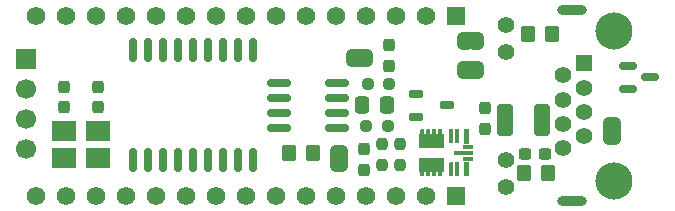
<source format=gbr>
%TF.GenerationSoftware,KiCad,Pcbnew,9.0.1*%
%TF.CreationDate,2025-04-24T23:24:54-04:00*%
%TF.ProjectId,can-nano-shield-rj45,63616e2d-6e61-46e6-9f2d-736869656c64,rev?*%
%TF.SameCoordinates,Original*%
%TF.FileFunction,Soldermask,Bot*%
%TF.FilePolarity,Negative*%
%FSLAX46Y46*%
G04 Gerber Fmt 4.6, Leading zero omitted, Abs format (unit mm)*
G04 Created by KiCad (PCBNEW 9.0.1) date 2025-04-24 23:24:54*
%MOMM*%
%LPD*%
G01*
G04 APERTURE LIST*
G04 Aperture macros list*
%AMRoundRect*
0 Rectangle with rounded corners*
0 $1 Rounding radius*
0 $2 $3 $4 $5 $6 $7 $8 $9 X,Y pos of 4 corners*
0 Add a 4 corners polygon primitive as box body*
4,1,4,$2,$3,$4,$5,$6,$7,$8,$9,$2,$3,0*
0 Add four circle primitives for the rounded corners*
1,1,$1+$1,$2,$3*
1,1,$1+$1,$4,$5*
1,1,$1+$1,$6,$7*
1,1,$1+$1,$8,$9*
0 Add four rect primitives between the rounded corners*
20,1,$1+$1,$2,$3,$4,$5,0*
20,1,$1+$1,$4,$5,$6,$7,0*
20,1,$1+$1,$6,$7,$8,$9,0*
20,1,$1+$1,$8,$9,$2,$3,0*%
%AMFreePoly0*
4,1,23,0.500000,-0.750000,0.000000,-0.750000,0.000000,-0.745722,-0.065263,-0.745722,-0.191342,-0.711940,-0.304381,-0.646677,-0.396677,-0.554381,-0.461940,-0.441342,-0.495722,-0.315263,-0.495722,-0.250000,-0.500000,-0.250000,-0.500000,0.250000,-0.495722,0.250000,-0.495722,0.315263,-0.461940,0.441342,-0.396677,0.554381,-0.304381,0.646677,-0.191342,0.711940,-0.065263,0.745722,0.000000,0.745722,
0.000000,0.750000,0.500000,0.750000,0.500000,-0.750000,0.500000,-0.750000,$1*%
%AMFreePoly1*
4,1,23,0.000000,0.745722,0.065263,0.745722,0.191342,0.711940,0.304381,0.646677,0.396677,0.554381,0.461940,0.441342,0.495722,0.315263,0.495722,0.250000,0.500000,0.250000,0.500000,-0.250000,0.495722,-0.250000,0.495722,-0.315263,0.461940,-0.441342,0.396677,-0.554381,0.304381,-0.646677,0.191342,-0.711940,0.065263,-0.745722,0.000000,-0.745722,0.000000,-0.750000,-0.500000,-0.750000,
-0.500000,0.750000,0.000000,0.750000,0.000000,0.745722,0.000000,0.745722,$1*%
G04 Aperture macros list end*
%ADD10C,0.000000*%
%ADD11C,0.010000*%
%ADD12C,3.150000*%
%ADD13R,1.400000X1.400000*%
%ADD14C,1.400000*%
%ADD15O,2.500000X0.800000*%
%ADD16RoundRect,0.102000X0.685000X0.685000X-0.685000X0.685000X-0.685000X-0.685000X0.685000X-0.685000X0*%
%ADD17C,1.574000*%
%ADD18FreePoly0,0.000000*%
%ADD19FreePoly1,0.000000*%
%ADD20RoundRect,0.150000X-0.587500X-0.150000X0.587500X-0.150000X0.587500X0.150000X-0.587500X0.150000X0*%
%ADD21RoundRect,0.250000X0.412500X1.100000X-0.412500X1.100000X-0.412500X-1.100000X0.412500X-1.100000X0*%
%ADD22R,2.100000X1.800000*%
%ADD23RoundRect,0.237500X0.300000X0.237500X-0.300000X0.237500X-0.300000X-0.237500X0.300000X-0.237500X0*%
%ADD24RoundRect,0.250000X0.350000X0.450000X-0.350000X0.450000X-0.350000X-0.450000X0.350000X-0.450000X0*%
%ADD25RoundRect,0.237500X0.237500X-0.300000X0.237500X0.300000X-0.237500X0.300000X-0.237500X-0.300000X0*%
%ADD26FreePoly0,90.000000*%
%ADD27FreePoly1,90.000000*%
%ADD28RoundRect,0.237500X-0.250000X-0.237500X0.250000X-0.237500X0.250000X0.237500X-0.250000X0.237500X0*%
%ADD29FreePoly0,270.000000*%
%ADD30FreePoly1,270.000000*%
%ADD31RoundRect,0.237500X-0.237500X0.250000X-0.237500X-0.250000X0.237500X-0.250000X0.237500X0.250000X0*%
%ADD32RoundRect,0.162500X-0.447500X-0.162500X0.447500X-0.162500X0.447500X0.162500X-0.447500X0.162500X0*%
%ADD33RoundRect,0.150000X-0.825000X-0.150000X0.825000X-0.150000X0.825000X0.150000X-0.825000X0.150000X0*%
%ADD34R,1.700000X1.700000*%
%ADD35C,1.700000*%
%ADD36RoundRect,0.237500X0.237500X-0.250000X0.237500X0.250000X-0.237500X0.250000X-0.237500X-0.250000X0*%
%ADD37RoundRect,0.250000X-0.337500X-0.475000X0.337500X-0.475000X0.337500X0.475000X-0.337500X0.475000X0*%
%ADD38RoundRect,0.237500X0.250000X0.237500X-0.250000X0.237500X-0.250000X-0.237500X0.250000X-0.237500X0*%
%ADD39RoundRect,0.150000X0.150000X-0.875000X0.150000X0.875000X-0.150000X0.875000X-0.150000X-0.875000X0*%
G04 APERTURE END LIST*
%TO.C,JP7*%
G36*
X152500000Y-90050000D02*
G01*
X152800000Y-90050000D01*
X152800000Y-88550000D01*
X152500000Y-88550000D01*
X152500000Y-90050000D01*
G37*
%TO.C,JP6*%
G36*
X143075000Y-89050000D02*
G01*
X143375000Y-89050000D01*
X143375000Y-87550000D01*
X143075000Y-87550000D01*
X143075000Y-89050000D01*
G37*
%TO.C,JP8*%
G36*
X152500000Y-87550000D02*
G01*
X152800000Y-87550000D01*
X152800000Y-86050000D01*
X152500000Y-86050000D01*
X152500000Y-87550000D01*
G37*
D10*
%TO.C,JP9*%
G36*
X165400000Y-94600000D02*
G01*
X163900000Y-94600000D01*
X163900000Y-94300000D01*
X165400000Y-94300000D01*
X165400000Y-94600000D01*
G37*
%TO.C,JP5*%
G36*
X140760000Y-96640000D02*
G01*
X142260000Y-96640000D01*
X142260000Y-96940000D01*
X140760000Y-96940000D01*
X140760000Y-96640000D01*
G37*
D11*
%TO.C,U3*%
X151063000Y-94311000D02*
X151065000Y-94311000D01*
X151068000Y-94312000D01*
X151070000Y-94312000D01*
X151073000Y-94313000D01*
X151075000Y-94314000D01*
X151078000Y-94315000D01*
X151080000Y-94317000D01*
X151082000Y-94318000D01*
X151084000Y-94320000D01*
X151086000Y-94321000D01*
X151088000Y-94323000D01*
X151090000Y-94325000D01*
X151092000Y-94327000D01*
X151094000Y-94329000D01*
X151095000Y-94331000D01*
X151097000Y-94333000D01*
X151098000Y-94335000D01*
X151100000Y-94337000D01*
X151101000Y-94340000D01*
X151102000Y-94342000D01*
X151103000Y-94345000D01*
X151103000Y-94347000D01*
X151104000Y-94350000D01*
X151104000Y-94352000D01*
X151105000Y-94355000D01*
X151105000Y-94357000D01*
X151105000Y-94360000D01*
X151105000Y-95360000D01*
X151105000Y-95363000D01*
X151105000Y-95365000D01*
X151104000Y-95368000D01*
X151104000Y-95370000D01*
X151103000Y-95373000D01*
X151103000Y-95375000D01*
X151102000Y-95378000D01*
X151101000Y-95380000D01*
X151100000Y-95383000D01*
X151098000Y-95385000D01*
X151097000Y-95387000D01*
X151095000Y-95389000D01*
X151094000Y-95391000D01*
X151092000Y-95393000D01*
X151090000Y-95395000D01*
X151088000Y-95397000D01*
X151086000Y-95399000D01*
X151084000Y-95400000D01*
X151082000Y-95402000D01*
X151080000Y-95403000D01*
X151078000Y-95405000D01*
X151075000Y-95406000D01*
X151073000Y-95407000D01*
X151070000Y-95408000D01*
X151068000Y-95408000D01*
X151065000Y-95409000D01*
X151063000Y-95409000D01*
X151060000Y-95410000D01*
X151058000Y-95410000D01*
X151055000Y-95410000D01*
X150905000Y-95410000D01*
X150902000Y-95410000D01*
X150900000Y-95410000D01*
X150897000Y-95409000D01*
X150895000Y-95409000D01*
X150892000Y-95408000D01*
X150890000Y-95408000D01*
X150887000Y-95407000D01*
X150885000Y-95406000D01*
X150882000Y-95405000D01*
X150880000Y-95403000D01*
X150878000Y-95402000D01*
X150876000Y-95400000D01*
X150874000Y-95399000D01*
X150872000Y-95397000D01*
X150870000Y-95395000D01*
X150868000Y-95393000D01*
X150866000Y-95391000D01*
X150865000Y-95389000D01*
X150863000Y-95387000D01*
X150862000Y-95385000D01*
X150860000Y-95383000D01*
X150859000Y-95380000D01*
X150858000Y-95378000D01*
X150857000Y-95375000D01*
X150857000Y-95373000D01*
X150856000Y-95370000D01*
X150856000Y-95368000D01*
X150855000Y-95365000D01*
X150855000Y-95363000D01*
X150855000Y-95360000D01*
X150855000Y-94360000D01*
X150855000Y-94357000D01*
X150855000Y-94355000D01*
X150856000Y-94352000D01*
X150856000Y-94350000D01*
X150857000Y-94347000D01*
X150857000Y-94345000D01*
X150858000Y-94342000D01*
X150859000Y-94340000D01*
X150860000Y-94337000D01*
X150862000Y-94335000D01*
X150863000Y-94333000D01*
X150865000Y-94331000D01*
X150866000Y-94329000D01*
X150868000Y-94327000D01*
X150870000Y-94325000D01*
X150872000Y-94323000D01*
X150874000Y-94321000D01*
X150876000Y-94320000D01*
X150878000Y-94318000D01*
X150880000Y-94317000D01*
X150882000Y-94315000D01*
X150885000Y-94314000D01*
X150887000Y-94313000D01*
X150890000Y-94312000D01*
X150892000Y-94312000D01*
X150895000Y-94311000D01*
X150897000Y-94311000D01*
X150900000Y-94310000D01*
X150902000Y-94310000D01*
X150905000Y-94310000D01*
X151055000Y-94310000D01*
X151058000Y-94310000D01*
X151060000Y-94310000D01*
X151063000Y-94311000D01*
G36*
X151063000Y-94311000D02*
G01*
X151065000Y-94311000D01*
X151068000Y-94312000D01*
X151070000Y-94312000D01*
X151073000Y-94313000D01*
X151075000Y-94314000D01*
X151078000Y-94315000D01*
X151080000Y-94317000D01*
X151082000Y-94318000D01*
X151084000Y-94320000D01*
X151086000Y-94321000D01*
X151088000Y-94323000D01*
X151090000Y-94325000D01*
X151092000Y-94327000D01*
X151094000Y-94329000D01*
X151095000Y-94331000D01*
X151097000Y-94333000D01*
X151098000Y-94335000D01*
X151100000Y-94337000D01*
X151101000Y-94340000D01*
X151102000Y-94342000D01*
X151103000Y-94345000D01*
X151103000Y-94347000D01*
X151104000Y-94350000D01*
X151104000Y-94352000D01*
X151105000Y-94355000D01*
X151105000Y-94357000D01*
X151105000Y-94360000D01*
X151105000Y-95360000D01*
X151105000Y-95363000D01*
X151105000Y-95365000D01*
X151104000Y-95368000D01*
X151104000Y-95370000D01*
X151103000Y-95373000D01*
X151103000Y-95375000D01*
X151102000Y-95378000D01*
X151101000Y-95380000D01*
X151100000Y-95383000D01*
X151098000Y-95385000D01*
X151097000Y-95387000D01*
X151095000Y-95389000D01*
X151094000Y-95391000D01*
X151092000Y-95393000D01*
X151090000Y-95395000D01*
X151088000Y-95397000D01*
X151086000Y-95399000D01*
X151084000Y-95400000D01*
X151082000Y-95402000D01*
X151080000Y-95403000D01*
X151078000Y-95405000D01*
X151075000Y-95406000D01*
X151073000Y-95407000D01*
X151070000Y-95408000D01*
X151068000Y-95408000D01*
X151065000Y-95409000D01*
X151063000Y-95409000D01*
X151060000Y-95410000D01*
X151058000Y-95410000D01*
X151055000Y-95410000D01*
X150905000Y-95410000D01*
X150902000Y-95410000D01*
X150900000Y-95410000D01*
X150897000Y-95409000D01*
X150895000Y-95409000D01*
X150892000Y-95408000D01*
X150890000Y-95408000D01*
X150887000Y-95407000D01*
X150885000Y-95406000D01*
X150882000Y-95405000D01*
X150880000Y-95403000D01*
X150878000Y-95402000D01*
X150876000Y-95400000D01*
X150874000Y-95399000D01*
X150872000Y-95397000D01*
X150870000Y-95395000D01*
X150868000Y-95393000D01*
X150866000Y-95391000D01*
X150865000Y-95389000D01*
X150863000Y-95387000D01*
X150862000Y-95385000D01*
X150860000Y-95383000D01*
X150859000Y-95380000D01*
X150858000Y-95378000D01*
X150857000Y-95375000D01*
X150857000Y-95373000D01*
X150856000Y-95370000D01*
X150856000Y-95368000D01*
X150855000Y-95365000D01*
X150855000Y-95363000D01*
X150855000Y-95360000D01*
X150855000Y-94360000D01*
X150855000Y-94357000D01*
X150855000Y-94355000D01*
X150856000Y-94352000D01*
X150856000Y-94350000D01*
X150857000Y-94347000D01*
X150857000Y-94345000D01*
X150858000Y-94342000D01*
X150859000Y-94340000D01*
X150860000Y-94337000D01*
X150862000Y-94335000D01*
X150863000Y-94333000D01*
X150865000Y-94331000D01*
X150866000Y-94329000D01*
X150868000Y-94327000D01*
X150870000Y-94325000D01*
X150872000Y-94323000D01*
X150874000Y-94321000D01*
X150876000Y-94320000D01*
X150878000Y-94318000D01*
X150880000Y-94317000D01*
X150882000Y-94315000D01*
X150885000Y-94314000D01*
X150887000Y-94313000D01*
X150890000Y-94312000D01*
X150892000Y-94312000D01*
X150895000Y-94311000D01*
X150897000Y-94311000D01*
X150900000Y-94310000D01*
X150902000Y-94310000D01*
X150905000Y-94310000D01*
X151055000Y-94310000D01*
X151058000Y-94310000D01*
X151060000Y-94310000D01*
X151063000Y-94311000D01*
G37*
X151063000Y-97111000D02*
X151065000Y-97111000D01*
X151068000Y-97112000D01*
X151070000Y-97112000D01*
X151073000Y-97113000D01*
X151075000Y-97114000D01*
X151078000Y-97115000D01*
X151080000Y-97117000D01*
X151082000Y-97118000D01*
X151084000Y-97120000D01*
X151086000Y-97121000D01*
X151088000Y-97123000D01*
X151090000Y-97125000D01*
X151092000Y-97127000D01*
X151094000Y-97129000D01*
X151095000Y-97131000D01*
X151097000Y-97133000D01*
X151098000Y-97135000D01*
X151100000Y-97137000D01*
X151101000Y-97140000D01*
X151102000Y-97142000D01*
X151103000Y-97145000D01*
X151103000Y-97147000D01*
X151104000Y-97150000D01*
X151104000Y-97152000D01*
X151105000Y-97155000D01*
X151105000Y-97157000D01*
X151105000Y-97160000D01*
X151105000Y-98160000D01*
X151105000Y-98163000D01*
X151105000Y-98165000D01*
X151104000Y-98168000D01*
X151104000Y-98170000D01*
X151103000Y-98173000D01*
X151103000Y-98175000D01*
X151102000Y-98178000D01*
X151101000Y-98180000D01*
X151100000Y-98183000D01*
X151098000Y-98185000D01*
X151097000Y-98187000D01*
X151095000Y-98189000D01*
X151094000Y-98191000D01*
X151092000Y-98193000D01*
X151090000Y-98195000D01*
X151088000Y-98197000D01*
X151086000Y-98199000D01*
X151084000Y-98200000D01*
X151082000Y-98202000D01*
X151080000Y-98203000D01*
X151078000Y-98205000D01*
X151075000Y-98206000D01*
X151073000Y-98207000D01*
X151070000Y-98208000D01*
X151068000Y-98208000D01*
X151065000Y-98209000D01*
X151063000Y-98209000D01*
X151060000Y-98210000D01*
X151058000Y-98210000D01*
X151055000Y-98210000D01*
X150905000Y-98210000D01*
X150902000Y-98210000D01*
X150900000Y-98210000D01*
X150897000Y-98209000D01*
X150895000Y-98209000D01*
X150892000Y-98208000D01*
X150890000Y-98208000D01*
X150887000Y-98207000D01*
X150885000Y-98206000D01*
X150882000Y-98205000D01*
X150880000Y-98203000D01*
X150878000Y-98202000D01*
X150876000Y-98200000D01*
X150874000Y-98199000D01*
X150872000Y-98197000D01*
X150870000Y-98195000D01*
X150868000Y-98193000D01*
X150866000Y-98191000D01*
X150865000Y-98189000D01*
X150863000Y-98187000D01*
X150862000Y-98185000D01*
X150860000Y-98183000D01*
X150859000Y-98180000D01*
X150858000Y-98178000D01*
X150857000Y-98175000D01*
X150857000Y-98173000D01*
X150856000Y-98170000D01*
X150856000Y-98168000D01*
X150855000Y-98165000D01*
X150855000Y-98163000D01*
X150855000Y-98160000D01*
X150855000Y-97160000D01*
X150855000Y-97157000D01*
X150855000Y-97155000D01*
X150856000Y-97152000D01*
X150856000Y-97150000D01*
X150857000Y-97147000D01*
X150857000Y-97145000D01*
X150858000Y-97142000D01*
X150859000Y-97140000D01*
X150860000Y-97137000D01*
X150862000Y-97135000D01*
X150863000Y-97133000D01*
X150865000Y-97131000D01*
X150866000Y-97129000D01*
X150868000Y-97127000D01*
X150870000Y-97125000D01*
X150872000Y-97123000D01*
X150874000Y-97121000D01*
X150876000Y-97120000D01*
X150878000Y-97118000D01*
X150880000Y-97117000D01*
X150882000Y-97115000D01*
X150885000Y-97114000D01*
X150887000Y-97113000D01*
X150890000Y-97112000D01*
X150892000Y-97112000D01*
X150895000Y-97111000D01*
X150897000Y-97111000D01*
X150900000Y-97110000D01*
X150902000Y-97110000D01*
X150905000Y-97110000D01*
X151055000Y-97110000D01*
X151058000Y-97110000D01*
X151060000Y-97110000D01*
X151063000Y-97111000D01*
G36*
X151063000Y-97111000D02*
G01*
X151065000Y-97111000D01*
X151068000Y-97112000D01*
X151070000Y-97112000D01*
X151073000Y-97113000D01*
X151075000Y-97114000D01*
X151078000Y-97115000D01*
X151080000Y-97117000D01*
X151082000Y-97118000D01*
X151084000Y-97120000D01*
X151086000Y-97121000D01*
X151088000Y-97123000D01*
X151090000Y-97125000D01*
X151092000Y-97127000D01*
X151094000Y-97129000D01*
X151095000Y-97131000D01*
X151097000Y-97133000D01*
X151098000Y-97135000D01*
X151100000Y-97137000D01*
X151101000Y-97140000D01*
X151102000Y-97142000D01*
X151103000Y-97145000D01*
X151103000Y-97147000D01*
X151104000Y-97150000D01*
X151104000Y-97152000D01*
X151105000Y-97155000D01*
X151105000Y-97157000D01*
X151105000Y-97160000D01*
X151105000Y-98160000D01*
X151105000Y-98163000D01*
X151105000Y-98165000D01*
X151104000Y-98168000D01*
X151104000Y-98170000D01*
X151103000Y-98173000D01*
X151103000Y-98175000D01*
X151102000Y-98178000D01*
X151101000Y-98180000D01*
X151100000Y-98183000D01*
X151098000Y-98185000D01*
X151097000Y-98187000D01*
X151095000Y-98189000D01*
X151094000Y-98191000D01*
X151092000Y-98193000D01*
X151090000Y-98195000D01*
X151088000Y-98197000D01*
X151086000Y-98199000D01*
X151084000Y-98200000D01*
X151082000Y-98202000D01*
X151080000Y-98203000D01*
X151078000Y-98205000D01*
X151075000Y-98206000D01*
X151073000Y-98207000D01*
X151070000Y-98208000D01*
X151068000Y-98208000D01*
X151065000Y-98209000D01*
X151063000Y-98209000D01*
X151060000Y-98210000D01*
X151058000Y-98210000D01*
X151055000Y-98210000D01*
X150905000Y-98210000D01*
X150902000Y-98210000D01*
X150900000Y-98210000D01*
X150897000Y-98209000D01*
X150895000Y-98209000D01*
X150892000Y-98208000D01*
X150890000Y-98208000D01*
X150887000Y-98207000D01*
X150885000Y-98206000D01*
X150882000Y-98205000D01*
X150880000Y-98203000D01*
X150878000Y-98202000D01*
X150876000Y-98200000D01*
X150874000Y-98199000D01*
X150872000Y-98197000D01*
X150870000Y-98195000D01*
X150868000Y-98193000D01*
X150866000Y-98191000D01*
X150865000Y-98189000D01*
X150863000Y-98187000D01*
X150862000Y-98185000D01*
X150860000Y-98183000D01*
X150859000Y-98180000D01*
X150858000Y-98178000D01*
X150857000Y-98175000D01*
X150857000Y-98173000D01*
X150856000Y-98170000D01*
X150856000Y-98168000D01*
X150855000Y-98165000D01*
X150855000Y-98163000D01*
X150855000Y-98160000D01*
X150855000Y-97160000D01*
X150855000Y-97157000D01*
X150855000Y-97155000D01*
X150856000Y-97152000D01*
X150856000Y-97150000D01*
X150857000Y-97147000D01*
X150857000Y-97145000D01*
X150858000Y-97142000D01*
X150859000Y-97140000D01*
X150860000Y-97137000D01*
X150862000Y-97135000D01*
X150863000Y-97133000D01*
X150865000Y-97131000D01*
X150866000Y-97129000D01*
X150868000Y-97127000D01*
X150870000Y-97125000D01*
X150872000Y-97123000D01*
X150874000Y-97121000D01*
X150876000Y-97120000D01*
X150878000Y-97118000D01*
X150880000Y-97117000D01*
X150882000Y-97115000D01*
X150885000Y-97114000D01*
X150887000Y-97113000D01*
X150890000Y-97112000D01*
X150892000Y-97112000D01*
X150895000Y-97111000D01*
X150897000Y-97111000D01*
X150900000Y-97110000D01*
X150902000Y-97110000D01*
X150905000Y-97110000D01*
X151055000Y-97110000D01*
X151058000Y-97110000D01*
X151060000Y-97110000D01*
X151063000Y-97111000D01*
G37*
X152748000Y-96111000D02*
X152750000Y-96111000D01*
X152753000Y-96112000D01*
X152755000Y-96112000D01*
X152758000Y-96113000D01*
X152760000Y-96114000D01*
X152763000Y-96115000D01*
X152765000Y-96117000D01*
X152767000Y-96118000D01*
X152769000Y-96120000D01*
X152771000Y-96121000D01*
X152773000Y-96123000D01*
X152775000Y-96125000D01*
X152777000Y-96127000D01*
X152779000Y-96129000D01*
X152780000Y-96131000D01*
X152782000Y-96133000D01*
X152783000Y-96135000D01*
X152785000Y-96137000D01*
X152786000Y-96140000D01*
X152787000Y-96142000D01*
X152788000Y-96145000D01*
X152788000Y-96147000D01*
X152789000Y-96150000D01*
X152789000Y-96152000D01*
X152790000Y-96155000D01*
X152790000Y-96157000D01*
X152790000Y-96160000D01*
X152790000Y-96360000D01*
X152790000Y-96363000D01*
X152790000Y-96365000D01*
X152789000Y-96368000D01*
X152789000Y-96370000D01*
X152788000Y-96373000D01*
X152788000Y-96375000D01*
X152787000Y-96378000D01*
X152786000Y-96380000D01*
X152785000Y-96383000D01*
X152783000Y-96385000D01*
X152782000Y-96387000D01*
X152780000Y-96389000D01*
X152779000Y-96391000D01*
X152777000Y-96393000D01*
X152775000Y-96395000D01*
X152773000Y-96397000D01*
X152771000Y-96399000D01*
X152769000Y-96400000D01*
X152767000Y-96402000D01*
X152765000Y-96403000D01*
X152763000Y-96405000D01*
X152760000Y-96406000D01*
X152758000Y-96407000D01*
X152755000Y-96408000D01*
X152753000Y-96408000D01*
X152750000Y-96409000D01*
X152748000Y-96409000D01*
X152745000Y-96410000D01*
X152743000Y-96410000D01*
X152740000Y-96410000D01*
X151320000Y-96410000D01*
X151317000Y-96410000D01*
X151315000Y-96410000D01*
X151312000Y-96409000D01*
X151310000Y-96409000D01*
X151307000Y-96408000D01*
X151305000Y-96408000D01*
X151302000Y-96407000D01*
X151300000Y-96406000D01*
X151297000Y-96405000D01*
X151295000Y-96403000D01*
X151293000Y-96402000D01*
X151291000Y-96400000D01*
X151289000Y-96399000D01*
X151287000Y-96397000D01*
X151285000Y-96395000D01*
X151283000Y-96393000D01*
X151281000Y-96391000D01*
X151280000Y-96389000D01*
X151278000Y-96387000D01*
X151277000Y-96385000D01*
X151275000Y-96383000D01*
X151274000Y-96380000D01*
X151273000Y-96378000D01*
X151272000Y-96375000D01*
X151272000Y-96373000D01*
X151271000Y-96370000D01*
X151271000Y-96368000D01*
X151270000Y-96365000D01*
X151270000Y-96363000D01*
X151270000Y-96360000D01*
X151270000Y-96160000D01*
X151270000Y-96157000D01*
X151270000Y-96155000D01*
X151271000Y-96152000D01*
X151271000Y-96150000D01*
X151272000Y-96147000D01*
X151272000Y-96145000D01*
X151273000Y-96142000D01*
X151274000Y-96140000D01*
X151275000Y-96137000D01*
X151277000Y-96135000D01*
X151278000Y-96133000D01*
X151280000Y-96131000D01*
X151281000Y-96129000D01*
X151283000Y-96127000D01*
X151285000Y-96125000D01*
X151287000Y-96123000D01*
X151289000Y-96121000D01*
X151291000Y-96120000D01*
X151293000Y-96118000D01*
X151295000Y-96117000D01*
X151297000Y-96115000D01*
X151300000Y-96114000D01*
X151302000Y-96113000D01*
X151305000Y-96112000D01*
X151307000Y-96112000D01*
X151310000Y-96111000D01*
X151312000Y-96111000D01*
X151315000Y-96110000D01*
X151317000Y-96110000D01*
X151320000Y-96110000D01*
X152740000Y-96110000D01*
X152743000Y-96110000D01*
X152745000Y-96110000D01*
X152748000Y-96111000D01*
G36*
X152748000Y-96111000D02*
G01*
X152750000Y-96111000D01*
X152753000Y-96112000D01*
X152755000Y-96112000D01*
X152758000Y-96113000D01*
X152760000Y-96114000D01*
X152763000Y-96115000D01*
X152765000Y-96117000D01*
X152767000Y-96118000D01*
X152769000Y-96120000D01*
X152771000Y-96121000D01*
X152773000Y-96123000D01*
X152775000Y-96125000D01*
X152777000Y-96127000D01*
X152779000Y-96129000D01*
X152780000Y-96131000D01*
X152782000Y-96133000D01*
X152783000Y-96135000D01*
X152785000Y-96137000D01*
X152786000Y-96140000D01*
X152787000Y-96142000D01*
X152788000Y-96145000D01*
X152788000Y-96147000D01*
X152789000Y-96150000D01*
X152789000Y-96152000D01*
X152790000Y-96155000D01*
X152790000Y-96157000D01*
X152790000Y-96160000D01*
X152790000Y-96360000D01*
X152790000Y-96363000D01*
X152790000Y-96365000D01*
X152789000Y-96368000D01*
X152789000Y-96370000D01*
X152788000Y-96373000D01*
X152788000Y-96375000D01*
X152787000Y-96378000D01*
X152786000Y-96380000D01*
X152785000Y-96383000D01*
X152783000Y-96385000D01*
X152782000Y-96387000D01*
X152780000Y-96389000D01*
X152779000Y-96391000D01*
X152777000Y-96393000D01*
X152775000Y-96395000D01*
X152773000Y-96397000D01*
X152771000Y-96399000D01*
X152769000Y-96400000D01*
X152767000Y-96402000D01*
X152765000Y-96403000D01*
X152763000Y-96405000D01*
X152760000Y-96406000D01*
X152758000Y-96407000D01*
X152755000Y-96408000D01*
X152753000Y-96408000D01*
X152750000Y-96409000D01*
X152748000Y-96409000D01*
X152745000Y-96410000D01*
X152743000Y-96410000D01*
X152740000Y-96410000D01*
X151320000Y-96410000D01*
X151317000Y-96410000D01*
X151315000Y-96410000D01*
X151312000Y-96409000D01*
X151310000Y-96409000D01*
X151307000Y-96408000D01*
X151305000Y-96408000D01*
X151302000Y-96407000D01*
X151300000Y-96406000D01*
X151297000Y-96405000D01*
X151295000Y-96403000D01*
X151293000Y-96402000D01*
X151291000Y-96400000D01*
X151289000Y-96399000D01*
X151287000Y-96397000D01*
X151285000Y-96395000D01*
X151283000Y-96393000D01*
X151281000Y-96391000D01*
X151280000Y-96389000D01*
X151278000Y-96387000D01*
X151277000Y-96385000D01*
X151275000Y-96383000D01*
X151274000Y-96380000D01*
X151273000Y-96378000D01*
X151272000Y-96375000D01*
X151272000Y-96373000D01*
X151271000Y-96370000D01*
X151271000Y-96368000D01*
X151270000Y-96365000D01*
X151270000Y-96363000D01*
X151270000Y-96360000D01*
X151270000Y-96160000D01*
X151270000Y-96157000D01*
X151270000Y-96155000D01*
X151271000Y-96152000D01*
X151271000Y-96150000D01*
X151272000Y-96147000D01*
X151272000Y-96145000D01*
X151273000Y-96142000D01*
X151274000Y-96140000D01*
X151275000Y-96137000D01*
X151277000Y-96135000D01*
X151278000Y-96133000D01*
X151280000Y-96131000D01*
X151281000Y-96129000D01*
X151283000Y-96127000D01*
X151285000Y-96125000D01*
X151287000Y-96123000D01*
X151289000Y-96121000D01*
X151291000Y-96120000D01*
X151293000Y-96118000D01*
X151295000Y-96117000D01*
X151297000Y-96115000D01*
X151300000Y-96114000D01*
X151302000Y-96113000D01*
X151305000Y-96112000D01*
X151307000Y-96112000D01*
X151310000Y-96111000D01*
X151312000Y-96111000D01*
X151315000Y-96110000D01*
X151317000Y-96110000D01*
X151320000Y-96110000D01*
X152740000Y-96110000D01*
X152743000Y-96110000D01*
X152745000Y-96110000D01*
X152748000Y-96111000D01*
G37*
X151563000Y-94311000D02*
X151565000Y-94311000D01*
X151568000Y-94312000D01*
X151570000Y-94312000D01*
X151573000Y-94313000D01*
X151575000Y-94314000D01*
X151578000Y-94315000D01*
X151580000Y-94317000D01*
X151582000Y-94318000D01*
X151584000Y-94320000D01*
X151586000Y-94321000D01*
X151588000Y-94323000D01*
X151590000Y-94325000D01*
X151592000Y-94327000D01*
X151594000Y-94329000D01*
X151595000Y-94331000D01*
X151597000Y-94333000D01*
X151598000Y-94335000D01*
X151600000Y-94337000D01*
X151601000Y-94340000D01*
X151602000Y-94342000D01*
X151603000Y-94345000D01*
X151603000Y-94347000D01*
X151604000Y-94350000D01*
X151604000Y-94352000D01*
X151605000Y-94355000D01*
X151605000Y-94357000D01*
X151605000Y-94360000D01*
X151605000Y-95360000D01*
X151605000Y-95363000D01*
X151605000Y-95365000D01*
X151604000Y-95368000D01*
X151604000Y-95370000D01*
X151603000Y-95373000D01*
X151603000Y-95375000D01*
X151602000Y-95378000D01*
X151601000Y-95380000D01*
X151600000Y-95383000D01*
X151598000Y-95385000D01*
X151597000Y-95387000D01*
X151595000Y-95389000D01*
X151594000Y-95391000D01*
X151592000Y-95393000D01*
X151590000Y-95395000D01*
X151588000Y-95397000D01*
X151586000Y-95399000D01*
X151584000Y-95400000D01*
X151582000Y-95402000D01*
X151580000Y-95403000D01*
X151578000Y-95405000D01*
X151575000Y-95406000D01*
X151573000Y-95407000D01*
X151570000Y-95408000D01*
X151568000Y-95408000D01*
X151565000Y-95409000D01*
X151563000Y-95409000D01*
X151560000Y-95410000D01*
X151558000Y-95410000D01*
X151555000Y-95410000D01*
X151405000Y-95410000D01*
X151402000Y-95410000D01*
X151400000Y-95410000D01*
X151397000Y-95409000D01*
X151395000Y-95409000D01*
X151392000Y-95408000D01*
X151390000Y-95408000D01*
X151387000Y-95407000D01*
X151385000Y-95406000D01*
X151382000Y-95405000D01*
X151380000Y-95403000D01*
X151378000Y-95402000D01*
X151376000Y-95400000D01*
X151374000Y-95399000D01*
X151372000Y-95397000D01*
X151370000Y-95395000D01*
X151368000Y-95393000D01*
X151366000Y-95391000D01*
X151365000Y-95389000D01*
X151363000Y-95387000D01*
X151362000Y-95385000D01*
X151360000Y-95383000D01*
X151359000Y-95380000D01*
X151358000Y-95378000D01*
X151357000Y-95375000D01*
X151357000Y-95373000D01*
X151356000Y-95370000D01*
X151356000Y-95368000D01*
X151355000Y-95365000D01*
X151355000Y-95363000D01*
X151355000Y-95360000D01*
X151355000Y-94360000D01*
X151355000Y-94357000D01*
X151355000Y-94355000D01*
X151356000Y-94352000D01*
X151356000Y-94350000D01*
X151357000Y-94347000D01*
X151357000Y-94345000D01*
X151358000Y-94342000D01*
X151359000Y-94340000D01*
X151360000Y-94337000D01*
X151362000Y-94335000D01*
X151363000Y-94333000D01*
X151365000Y-94331000D01*
X151366000Y-94329000D01*
X151368000Y-94327000D01*
X151370000Y-94325000D01*
X151372000Y-94323000D01*
X151374000Y-94321000D01*
X151376000Y-94320000D01*
X151378000Y-94318000D01*
X151380000Y-94317000D01*
X151382000Y-94315000D01*
X151385000Y-94314000D01*
X151387000Y-94313000D01*
X151390000Y-94312000D01*
X151392000Y-94312000D01*
X151395000Y-94311000D01*
X151397000Y-94311000D01*
X151400000Y-94310000D01*
X151402000Y-94310000D01*
X151405000Y-94310000D01*
X151555000Y-94310000D01*
X151558000Y-94310000D01*
X151560000Y-94310000D01*
X151563000Y-94311000D01*
G36*
X151563000Y-94311000D02*
G01*
X151565000Y-94311000D01*
X151568000Y-94312000D01*
X151570000Y-94312000D01*
X151573000Y-94313000D01*
X151575000Y-94314000D01*
X151578000Y-94315000D01*
X151580000Y-94317000D01*
X151582000Y-94318000D01*
X151584000Y-94320000D01*
X151586000Y-94321000D01*
X151588000Y-94323000D01*
X151590000Y-94325000D01*
X151592000Y-94327000D01*
X151594000Y-94329000D01*
X151595000Y-94331000D01*
X151597000Y-94333000D01*
X151598000Y-94335000D01*
X151600000Y-94337000D01*
X151601000Y-94340000D01*
X151602000Y-94342000D01*
X151603000Y-94345000D01*
X151603000Y-94347000D01*
X151604000Y-94350000D01*
X151604000Y-94352000D01*
X151605000Y-94355000D01*
X151605000Y-94357000D01*
X151605000Y-94360000D01*
X151605000Y-95360000D01*
X151605000Y-95363000D01*
X151605000Y-95365000D01*
X151604000Y-95368000D01*
X151604000Y-95370000D01*
X151603000Y-95373000D01*
X151603000Y-95375000D01*
X151602000Y-95378000D01*
X151601000Y-95380000D01*
X151600000Y-95383000D01*
X151598000Y-95385000D01*
X151597000Y-95387000D01*
X151595000Y-95389000D01*
X151594000Y-95391000D01*
X151592000Y-95393000D01*
X151590000Y-95395000D01*
X151588000Y-95397000D01*
X151586000Y-95399000D01*
X151584000Y-95400000D01*
X151582000Y-95402000D01*
X151580000Y-95403000D01*
X151578000Y-95405000D01*
X151575000Y-95406000D01*
X151573000Y-95407000D01*
X151570000Y-95408000D01*
X151568000Y-95408000D01*
X151565000Y-95409000D01*
X151563000Y-95409000D01*
X151560000Y-95410000D01*
X151558000Y-95410000D01*
X151555000Y-95410000D01*
X151405000Y-95410000D01*
X151402000Y-95410000D01*
X151400000Y-95410000D01*
X151397000Y-95409000D01*
X151395000Y-95409000D01*
X151392000Y-95408000D01*
X151390000Y-95408000D01*
X151387000Y-95407000D01*
X151385000Y-95406000D01*
X151382000Y-95405000D01*
X151380000Y-95403000D01*
X151378000Y-95402000D01*
X151376000Y-95400000D01*
X151374000Y-95399000D01*
X151372000Y-95397000D01*
X151370000Y-95395000D01*
X151368000Y-95393000D01*
X151366000Y-95391000D01*
X151365000Y-95389000D01*
X151363000Y-95387000D01*
X151362000Y-95385000D01*
X151360000Y-95383000D01*
X151359000Y-95380000D01*
X151358000Y-95378000D01*
X151357000Y-95375000D01*
X151357000Y-95373000D01*
X151356000Y-95370000D01*
X151356000Y-95368000D01*
X151355000Y-95365000D01*
X151355000Y-95363000D01*
X151355000Y-95360000D01*
X151355000Y-94360000D01*
X151355000Y-94357000D01*
X151355000Y-94355000D01*
X151356000Y-94352000D01*
X151356000Y-94350000D01*
X151357000Y-94347000D01*
X151357000Y-94345000D01*
X151358000Y-94342000D01*
X151359000Y-94340000D01*
X151360000Y-94337000D01*
X151362000Y-94335000D01*
X151363000Y-94333000D01*
X151365000Y-94331000D01*
X151366000Y-94329000D01*
X151368000Y-94327000D01*
X151370000Y-94325000D01*
X151372000Y-94323000D01*
X151374000Y-94321000D01*
X151376000Y-94320000D01*
X151378000Y-94318000D01*
X151380000Y-94317000D01*
X151382000Y-94315000D01*
X151385000Y-94314000D01*
X151387000Y-94313000D01*
X151390000Y-94312000D01*
X151392000Y-94312000D01*
X151395000Y-94311000D01*
X151397000Y-94311000D01*
X151400000Y-94310000D01*
X151402000Y-94310000D01*
X151405000Y-94310000D01*
X151555000Y-94310000D01*
X151558000Y-94310000D01*
X151560000Y-94310000D01*
X151563000Y-94311000D01*
G37*
X151563000Y-97111000D02*
X151565000Y-97111000D01*
X151568000Y-97112000D01*
X151570000Y-97112000D01*
X151573000Y-97113000D01*
X151575000Y-97114000D01*
X151578000Y-97115000D01*
X151580000Y-97117000D01*
X151582000Y-97118000D01*
X151584000Y-97120000D01*
X151586000Y-97121000D01*
X151588000Y-97123000D01*
X151590000Y-97125000D01*
X151592000Y-97127000D01*
X151594000Y-97129000D01*
X151595000Y-97131000D01*
X151597000Y-97133000D01*
X151598000Y-97135000D01*
X151600000Y-97137000D01*
X151601000Y-97140000D01*
X151602000Y-97142000D01*
X151603000Y-97145000D01*
X151603000Y-97147000D01*
X151604000Y-97150000D01*
X151604000Y-97152000D01*
X151605000Y-97155000D01*
X151605000Y-97157000D01*
X151605000Y-97160000D01*
X151605000Y-98160000D01*
X151605000Y-98163000D01*
X151605000Y-98165000D01*
X151604000Y-98168000D01*
X151604000Y-98170000D01*
X151603000Y-98173000D01*
X151603000Y-98175000D01*
X151602000Y-98178000D01*
X151601000Y-98180000D01*
X151600000Y-98183000D01*
X151598000Y-98185000D01*
X151597000Y-98187000D01*
X151595000Y-98189000D01*
X151594000Y-98191000D01*
X151592000Y-98193000D01*
X151590000Y-98195000D01*
X151588000Y-98197000D01*
X151586000Y-98199000D01*
X151584000Y-98200000D01*
X151582000Y-98202000D01*
X151580000Y-98203000D01*
X151578000Y-98205000D01*
X151575000Y-98206000D01*
X151573000Y-98207000D01*
X151570000Y-98208000D01*
X151568000Y-98208000D01*
X151565000Y-98209000D01*
X151563000Y-98209000D01*
X151560000Y-98210000D01*
X151558000Y-98210000D01*
X151555000Y-98210000D01*
X151405000Y-98210000D01*
X151402000Y-98210000D01*
X151400000Y-98210000D01*
X151397000Y-98209000D01*
X151395000Y-98209000D01*
X151392000Y-98208000D01*
X151390000Y-98208000D01*
X151387000Y-98207000D01*
X151385000Y-98206000D01*
X151382000Y-98205000D01*
X151380000Y-98203000D01*
X151378000Y-98202000D01*
X151376000Y-98200000D01*
X151374000Y-98199000D01*
X151372000Y-98197000D01*
X151370000Y-98195000D01*
X151368000Y-98193000D01*
X151366000Y-98191000D01*
X151365000Y-98189000D01*
X151363000Y-98187000D01*
X151362000Y-98185000D01*
X151360000Y-98183000D01*
X151359000Y-98180000D01*
X151358000Y-98178000D01*
X151357000Y-98175000D01*
X151357000Y-98173000D01*
X151356000Y-98170000D01*
X151356000Y-98168000D01*
X151355000Y-98165000D01*
X151355000Y-98163000D01*
X151355000Y-98160000D01*
X151355000Y-97160000D01*
X151355000Y-97157000D01*
X151355000Y-97155000D01*
X151356000Y-97152000D01*
X151356000Y-97150000D01*
X151357000Y-97147000D01*
X151357000Y-97145000D01*
X151358000Y-97142000D01*
X151359000Y-97140000D01*
X151360000Y-97137000D01*
X151362000Y-97135000D01*
X151363000Y-97133000D01*
X151365000Y-97131000D01*
X151366000Y-97129000D01*
X151368000Y-97127000D01*
X151370000Y-97125000D01*
X151372000Y-97123000D01*
X151374000Y-97121000D01*
X151376000Y-97120000D01*
X151378000Y-97118000D01*
X151380000Y-97117000D01*
X151382000Y-97115000D01*
X151385000Y-97114000D01*
X151387000Y-97113000D01*
X151390000Y-97112000D01*
X151392000Y-97112000D01*
X151395000Y-97111000D01*
X151397000Y-97111000D01*
X151400000Y-97110000D01*
X151402000Y-97110000D01*
X151405000Y-97110000D01*
X151555000Y-97110000D01*
X151558000Y-97110000D01*
X151560000Y-97110000D01*
X151563000Y-97111000D01*
G36*
X151563000Y-97111000D02*
G01*
X151565000Y-97111000D01*
X151568000Y-97112000D01*
X151570000Y-97112000D01*
X151573000Y-97113000D01*
X151575000Y-97114000D01*
X151578000Y-97115000D01*
X151580000Y-97117000D01*
X151582000Y-97118000D01*
X151584000Y-97120000D01*
X151586000Y-97121000D01*
X151588000Y-97123000D01*
X151590000Y-97125000D01*
X151592000Y-97127000D01*
X151594000Y-97129000D01*
X151595000Y-97131000D01*
X151597000Y-97133000D01*
X151598000Y-97135000D01*
X151600000Y-97137000D01*
X151601000Y-97140000D01*
X151602000Y-97142000D01*
X151603000Y-97145000D01*
X151603000Y-97147000D01*
X151604000Y-97150000D01*
X151604000Y-97152000D01*
X151605000Y-97155000D01*
X151605000Y-97157000D01*
X151605000Y-97160000D01*
X151605000Y-98160000D01*
X151605000Y-98163000D01*
X151605000Y-98165000D01*
X151604000Y-98168000D01*
X151604000Y-98170000D01*
X151603000Y-98173000D01*
X151603000Y-98175000D01*
X151602000Y-98178000D01*
X151601000Y-98180000D01*
X151600000Y-98183000D01*
X151598000Y-98185000D01*
X151597000Y-98187000D01*
X151595000Y-98189000D01*
X151594000Y-98191000D01*
X151592000Y-98193000D01*
X151590000Y-98195000D01*
X151588000Y-98197000D01*
X151586000Y-98199000D01*
X151584000Y-98200000D01*
X151582000Y-98202000D01*
X151580000Y-98203000D01*
X151578000Y-98205000D01*
X151575000Y-98206000D01*
X151573000Y-98207000D01*
X151570000Y-98208000D01*
X151568000Y-98208000D01*
X151565000Y-98209000D01*
X151563000Y-98209000D01*
X151560000Y-98210000D01*
X151558000Y-98210000D01*
X151555000Y-98210000D01*
X151405000Y-98210000D01*
X151402000Y-98210000D01*
X151400000Y-98210000D01*
X151397000Y-98209000D01*
X151395000Y-98209000D01*
X151392000Y-98208000D01*
X151390000Y-98208000D01*
X151387000Y-98207000D01*
X151385000Y-98206000D01*
X151382000Y-98205000D01*
X151380000Y-98203000D01*
X151378000Y-98202000D01*
X151376000Y-98200000D01*
X151374000Y-98199000D01*
X151372000Y-98197000D01*
X151370000Y-98195000D01*
X151368000Y-98193000D01*
X151366000Y-98191000D01*
X151365000Y-98189000D01*
X151363000Y-98187000D01*
X151362000Y-98185000D01*
X151360000Y-98183000D01*
X151359000Y-98180000D01*
X151358000Y-98178000D01*
X151357000Y-98175000D01*
X151357000Y-98173000D01*
X151356000Y-98170000D01*
X151356000Y-98168000D01*
X151355000Y-98165000D01*
X151355000Y-98163000D01*
X151355000Y-98160000D01*
X151355000Y-97160000D01*
X151355000Y-97157000D01*
X151355000Y-97155000D01*
X151356000Y-97152000D01*
X151356000Y-97150000D01*
X151357000Y-97147000D01*
X151357000Y-97145000D01*
X151358000Y-97142000D01*
X151359000Y-97140000D01*
X151360000Y-97137000D01*
X151362000Y-97135000D01*
X151363000Y-97133000D01*
X151365000Y-97131000D01*
X151366000Y-97129000D01*
X151368000Y-97127000D01*
X151370000Y-97125000D01*
X151372000Y-97123000D01*
X151374000Y-97121000D01*
X151376000Y-97120000D01*
X151378000Y-97118000D01*
X151380000Y-97117000D01*
X151382000Y-97115000D01*
X151385000Y-97114000D01*
X151387000Y-97113000D01*
X151390000Y-97112000D01*
X151392000Y-97112000D01*
X151395000Y-97111000D01*
X151397000Y-97111000D01*
X151400000Y-97110000D01*
X151402000Y-97110000D01*
X151405000Y-97110000D01*
X151555000Y-97110000D01*
X151558000Y-97110000D01*
X151560000Y-97110000D01*
X151563000Y-97111000D01*
G37*
X152748000Y-95636000D02*
X152750000Y-95636000D01*
X152753000Y-95637000D01*
X152755000Y-95637000D01*
X152758000Y-95638000D01*
X152760000Y-95639000D01*
X152763000Y-95640000D01*
X152765000Y-95642000D01*
X152767000Y-95643000D01*
X152769000Y-95645000D01*
X152771000Y-95646000D01*
X152773000Y-95648000D01*
X152775000Y-95650000D01*
X152777000Y-95652000D01*
X152779000Y-95654000D01*
X152780000Y-95656000D01*
X152782000Y-95658000D01*
X152783000Y-95660000D01*
X152785000Y-95662000D01*
X152786000Y-95665000D01*
X152787000Y-95667000D01*
X152788000Y-95670000D01*
X152788000Y-95672000D01*
X152789000Y-95675000D01*
X152789000Y-95677000D01*
X152790000Y-95680000D01*
X152790000Y-95682000D01*
X152790000Y-95685000D01*
X152790000Y-95835000D01*
X152790000Y-95838000D01*
X152790000Y-95840000D01*
X152789000Y-95843000D01*
X152789000Y-95845000D01*
X152788000Y-95848000D01*
X152788000Y-95850000D01*
X152787000Y-95853000D01*
X152786000Y-95855000D01*
X152785000Y-95858000D01*
X152783000Y-95860000D01*
X152782000Y-95862000D01*
X152780000Y-95864000D01*
X152779000Y-95866000D01*
X152777000Y-95868000D01*
X152775000Y-95870000D01*
X152773000Y-95872000D01*
X152771000Y-95874000D01*
X152769000Y-95875000D01*
X152767000Y-95877000D01*
X152765000Y-95878000D01*
X152763000Y-95880000D01*
X152760000Y-95881000D01*
X152758000Y-95882000D01*
X152755000Y-95883000D01*
X152753000Y-95883000D01*
X152750000Y-95884000D01*
X152748000Y-95884000D01*
X152745000Y-95885000D01*
X152743000Y-95885000D01*
X152740000Y-95885000D01*
X152040000Y-95885000D01*
X152037000Y-95885000D01*
X152035000Y-95885000D01*
X152032000Y-95884000D01*
X152030000Y-95884000D01*
X152027000Y-95883000D01*
X152025000Y-95883000D01*
X152022000Y-95882000D01*
X152020000Y-95881000D01*
X152017000Y-95880000D01*
X152015000Y-95878000D01*
X152013000Y-95877000D01*
X152011000Y-95875000D01*
X152009000Y-95874000D01*
X152007000Y-95872000D01*
X152005000Y-95870000D01*
X152003000Y-95868000D01*
X152001000Y-95866000D01*
X152000000Y-95864000D01*
X151998000Y-95862000D01*
X151997000Y-95860000D01*
X151995000Y-95858000D01*
X151994000Y-95855000D01*
X151993000Y-95853000D01*
X151992000Y-95850000D01*
X151992000Y-95848000D01*
X151991000Y-95845000D01*
X151991000Y-95843000D01*
X151990000Y-95840000D01*
X151990000Y-95838000D01*
X151990000Y-95835000D01*
X151990000Y-95685000D01*
X151990000Y-95682000D01*
X151990000Y-95680000D01*
X151991000Y-95677000D01*
X151991000Y-95675000D01*
X151992000Y-95672000D01*
X151992000Y-95670000D01*
X151993000Y-95667000D01*
X151994000Y-95665000D01*
X151995000Y-95662000D01*
X151997000Y-95660000D01*
X151998000Y-95658000D01*
X152000000Y-95656000D01*
X152001000Y-95654000D01*
X152003000Y-95652000D01*
X152005000Y-95650000D01*
X152007000Y-95648000D01*
X152009000Y-95646000D01*
X152011000Y-95645000D01*
X152013000Y-95643000D01*
X152015000Y-95642000D01*
X152017000Y-95640000D01*
X152020000Y-95639000D01*
X152022000Y-95638000D01*
X152025000Y-95637000D01*
X152027000Y-95637000D01*
X152030000Y-95636000D01*
X152032000Y-95636000D01*
X152035000Y-95635000D01*
X152037000Y-95635000D01*
X152040000Y-95635000D01*
X152740000Y-95635000D01*
X152743000Y-95635000D01*
X152745000Y-95635000D01*
X152748000Y-95636000D01*
G36*
X152748000Y-95636000D02*
G01*
X152750000Y-95636000D01*
X152753000Y-95637000D01*
X152755000Y-95637000D01*
X152758000Y-95638000D01*
X152760000Y-95639000D01*
X152763000Y-95640000D01*
X152765000Y-95642000D01*
X152767000Y-95643000D01*
X152769000Y-95645000D01*
X152771000Y-95646000D01*
X152773000Y-95648000D01*
X152775000Y-95650000D01*
X152777000Y-95652000D01*
X152779000Y-95654000D01*
X152780000Y-95656000D01*
X152782000Y-95658000D01*
X152783000Y-95660000D01*
X152785000Y-95662000D01*
X152786000Y-95665000D01*
X152787000Y-95667000D01*
X152788000Y-95670000D01*
X152788000Y-95672000D01*
X152789000Y-95675000D01*
X152789000Y-95677000D01*
X152790000Y-95680000D01*
X152790000Y-95682000D01*
X152790000Y-95685000D01*
X152790000Y-95835000D01*
X152790000Y-95838000D01*
X152790000Y-95840000D01*
X152789000Y-95843000D01*
X152789000Y-95845000D01*
X152788000Y-95848000D01*
X152788000Y-95850000D01*
X152787000Y-95853000D01*
X152786000Y-95855000D01*
X152785000Y-95858000D01*
X152783000Y-95860000D01*
X152782000Y-95862000D01*
X152780000Y-95864000D01*
X152779000Y-95866000D01*
X152777000Y-95868000D01*
X152775000Y-95870000D01*
X152773000Y-95872000D01*
X152771000Y-95874000D01*
X152769000Y-95875000D01*
X152767000Y-95877000D01*
X152765000Y-95878000D01*
X152763000Y-95880000D01*
X152760000Y-95881000D01*
X152758000Y-95882000D01*
X152755000Y-95883000D01*
X152753000Y-95883000D01*
X152750000Y-95884000D01*
X152748000Y-95884000D01*
X152745000Y-95885000D01*
X152743000Y-95885000D01*
X152740000Y-95885000D01*
X152040000Y-95885000D01*
X152037000Y-95885000D01*
X152035000Y-95885000D01*
X152032000Y-95884000D01*
X152030000Y-95884000D01*
X152027000Y-95883000D01*
X152025000Y-95883000D01*
X152022000Y-95882000D01*
X152020000Y-95881000D01*
X152017000Y-95880000D01*
X152015000Y-95878000D01*
X152013000Y-95877000D01*
X152011000Y-95875000D01*
X152009000Y-95874000D01*
X152007000Y-95872000D01*
X152005000Y-95870000D01*
X152003000Y-95868000D01*
X152001000Y-95866000D01*
X152000000Y-95864000D01*
X151998000Y-95862000D01*
X151997000Y-95860000D01*
X151995000Y-95858000D01*
X151994000Y-95855000D01*
X151993000Y-95853000D01*
X151992000Y-95850000D01*
X151992000Y-95848000D01*
X151991000Y-95845000D01*
X151991000Y-95843000D01*
X151990000Y-95840000D01*
X151990000Y-95838000D01*
X151990000Y-95835000D01*
X151990000Y-95685000D01*
X151990000Y-95682000D01*
X151990000Y-95680000D01*
X151991000Y-95677000D01*
X151991000Y-95675000D01*
X151992000Y-95672000D01*
X151992000Y-95670000D01*
X151993000Y-95667000D01*
X151994000Y-95665000D01*
X151995000Y-95662000D01*
X151997000Y-95660000D01*
X151998000Y-95658000D01*
X152000000Y-95656000D01*
X152001000Y-95654000D01*
X152003000Y-95652000D01*
X152005000Y-95650000D01*
X152007000Y-95648000D01*
X152009000Y-95646000D01*
X152011000Y-95645000D01*
X152013000Y-95643000D01*
X152015000Y-95642000D01*
X152017000Y-95640000D01*
X152020000Y-95639000D01*
X152022000Y-95638000D01*
X152025000Y-95637000D01*
X152027000Y-95637000D01*
X152030000Y-95636000D01*
X152032000Y-95636000D01*
X152035000Y-95635000D01*
X152037000Y-95635000D01*
X152040000Y-95635000D01*
X152740000Y-95635000D01*
X152743000Y-95635000D01*
X152745000Y-95635000D01*
X152748000Y-95636000D01*
G37*
X152748000Y-96636000D02*
X152750000Y-96636000D01*
X152753000Y-96637000D01*
X152755000Y-96637000D01*
X152758000Y-96638000D01*
X152760000Y-96639000D01*
X152763000Y-96640000D01*
X152765000Y-96642000D01*
X152767000Y-96643000D01*
X152769000Y-96645000D01*
X152771000Y-96646000D01*
X152773000Y-96648000D01*
X152775000Y-96650000D01*
X152777000Y-96652000D01*
X152779000Y-96654000D01*
X152780000Y-96656000D01*
X152782000Y-96658000D01*
X152783000Y-96660000D01*
X152785000Y-96662000D01*
X152786000Y-96665000D01*
X152787000Y-96667000D01*
X152788000Y-96670000D01*
X152788000Y-96672000D01*
X152789000Y-96675000D01*
X152789000Y-96677000D01*
X152790000Y-96680000D01*
X152790000Y-96682000D01*
X152790000Y-96685000D01*
X152790000Y-96835000D01*
X152790000Y-96838000D01*
X152790000Y-96840000D01*
X152789000Y-96843000D01*
X152789000Y-96845000D01*
X152788000Y-96848000D01*
X152788000Y-96850000D01*
X152787000Y-96853000D01*
X152786000Y-96855000D01*
X152785000Y-96858000D01*
X152783000Y-96860000D01*
X152782000Y-96862000D01*
X152780000Y-96864000D01*
X152779000Y-96866000D01*
X152777000Y-96868000D01*
X152775000Y-96870000D01*
X152773000Y-96872000D01*
X152771000Y-96874000D01*
X152769000Y-96875000D01*
X152767000Y-96877000D01*
X152765000Y-96878000D01*
X152763000Y-96880000D01*
X152760000Y-96881000D01*
X152758000Y-96882000D01*
X152755000Y-96883000D01*
X152753000Y-96883000D01*
X152750000Y-96884000D01*
X152748000Y-96884000D01*
X152745000Y-96885000D01*
X152743000Y-96885000D01*
X152740000Y-96885000D01*
X152040000Y-96885000D01*
X152037000Y-96885000D01*
X152035000Y-96885000D01*
X152032000Y-96884000D01*
X152030000Y-96884000D01*
X152027000Y-96883000D01*
X152025000Y-96883000D01*
X152022000Y-96882000D01*
X152020000Y-96881000D01*
X152017000Y-96880000D01*
X152015000Y-96878000D01*
X152013000Y-96877000D01*
X152011000Y-96875000D01*
X152009000Y-96874000D01*
X152007000Y-96872000D01*
X152005000Y-96870000D01*
X152003000Y-96868000D01*
X152001000Y-96866000D01*
X152000000Y-96864000D01*
X151998000Y-96862000D01*
X151997000Y-96860000D01*
X151995000Y-96858000D01*
X151994000Y-96855000D01*
X151993000Y-96853000D01*
X151992000Y-96850000D01*
X151992000Y-96848000D01*
X151991000Y-96845000D01*
X151991000Y-96843000D01*
X151990000Y-96840000D01*
X151990000Y-96838000D01*
X151990000Y-96835000D01*
X151990000Y-96685000D01*
X151990000Y-96682000D01*
X151990000Y-96680000D01*
X151991000Y-96677000D01*
X151991000Y-96675000D01*
X151992000Y-96672000D01*
X151992000Y-96670000D01*
X151993000Y-96667000D01*
X151994000Y-96665000D01*
X151995000Y-96662000D01*
X151997000Y-96660000D01*
X151998000Y-96658000D01*
X152000000Y-96656000D01*
X152001000Y-96654000D01*
X152003000Y-96652000D01*
X152005000Y-96650000D01*
X152007000Y-96648000D01*
X152009000Y-96646000D01*
X152011000Y-96645000D01*
X152013000Y-96643000D01*
X152015000Y-96642000D01*
X152017000Y-96640000D01*
X152020000Y-96639000D01*
X152022000Y-96638000D01*
X152025000Y-96637000D01*
X152027000Y-96637000D01*
X152030000Y-96636000D01*
X152032000Y-96636000D01*
X152035000Y-96635000D01*
X152037000Y-96635000D01*
X152040000Y-96635000D01*
X152740000Y-96635000D01*
X152743000Y-96635000D01*
X152745000Y-96635000D01*
X152748000Y-96636000D01*
G36*
X152748000Y-96636000D02*
G01*
X152750000Y-96636000D01*
X152753000Y-96637000D01*
X152755000Y-96637000D01*
X152758000Y-96638000D01*
X152760000Y-96639000D01*
X152763000Y-96640000D01*
X152765000Y-96642000D01*
X152767000Y-96643000D01*
X152769000Y-96645000D01*
X152771000Y-96646000D01*
X152773000Y-96648000D01*
X152775000Y-96650000D01*
X152777000Y-96652000D01*
X152779000Y-96654000D01*
X152780000Y-96656000D01*
X152782000Y-96658000D01*
X152783000Y-96660000D01*
X152785000Y-96662000D01*
X152786000Y-96665000D01*
X152787000Y-96667000D01*
X152788000Y-96670000D01*
X152788000Y-96672000D01*
X152789000Y-96675000D01*
X152789000Y-96677000D01*
X152790000Y-96680000D01*
X152790000Y-96682000D01*
X152790000Y-96685000D01*
X152790000Y-96835000D01*
X152790000Y-96838000D01*
X152790000Y-96840000D01*
X152789000Y-96843000D01*
X152789000Y-96845000D01*
X152788000Y-96848000D01*
X152788000Y-96850000D01*
X152787000Y-96853000D01*
X152786000Y-96855000D01*
X152785000Y-96858000D01*
X152783000Y-96860000D01*
X152782000Y-96862000D01*
X152780000Y-96864000D01*
X152779000Y-96866000D01*
X152777000Y-96868000D01*
X152775000Y-96870000D01*
X152773000Y-96872000D01*
X152771000Y-96874000D01*
X152769000Y-96875000D01*
X152767000Y-96877000D01*
X152765000Y-96878000D01*
X152763000Y-96880000D01*
X152760000Y-96881000D01*
X152758000Y-96882000D01*
X152755000Y-96883000D01*
X152753000Y-96883000D01*
X152750000Y-96884000D01*
X152748000Y-96884000D01*
X152745000Y-96885000D01*
X152743000Y-96885000D01*
X152740000Y-96885000D01*
X152040000Y-96885000D01*
X152037000Y-96885000D01*
X152035000Y-96885000D01*
X152032000Y-96884000D01*
X152030000Y-96884000D01*
X152027000Y-96883000D01*
X152025000Y-96883000D01*
X152022000Y-96882000D01*
X152020000Y-96881000D01*
X152017000Y-96880000D01*
X152015000Y-96878000D01*
X152013000Y-96877000D01*
X152011000Y-96875000D01*
X152009000Y-96874000D01*
X152007000Y-96872000D01*
X152005000Y-96870000D01*
X152003000Y-96868000D01*
X152001000Y-96866000D01*
X152000000Y-96864000D01*
X151998000Y-96862000D01*
X151997000Y-96860000D01*
X151995000Y-96858000D01*
X151994000Y-96855000D01*
X151993000Y-96853000D01*
X151992000Y-96850000D01*
X151992000Y-96848000D01*
X151991000Y-96845000D01*
X151991000Y-96843000D01*
X151990000Y-96840000D01*
X151990000Y-96838000D01*
X151990000Y-96835000D01*
X151990000Y-96685000D01*
X151990000Y-96682000D01*
X151990000Y-96680000D01*
X151991000Y-96677000D01*
X151991000Y-96675000D01*
X151992000Y-96672000D01*
X151992000Y-96670000D01*
X151993000Y-96667000D01*
X151994000Y-96665000D01*
X151995000Y-96662000D01*
X151997000Y-96660000D01*
X151998000Y-96658000D01*
X152000000Y-96656000D01*
X152001000Y-96654000D01*
X152003000Y-96652000D01*
X152005000Y-96650000D01*
X152007000Y-96648000D01*
X152009000Y-96646000D01*
X152011000Y-96645000D01*
X152013000Y-96643000D01*
X152015000Y-96642000D01*
X152017000Y-96640000D01*
X152020000Y-96639000D01*
X152022000Y-96638000D01*
X152025000Y-96637000D01*
X152027000Y-96637000D01*
X152030000Y-96636000D01*
X152032000Y-96636000D01*
X152035000Y-96635000D01*
X152037000Y-96635000D01*
X152040000Y-96635000D01*
X152740000Y-96635000D01*
X152743000Y-96635000D01*
X152745000Y-96635000D01*
X152748000Y-96636000D01*
G37*
X152433000Y-94311000D02*
X152435000Y-94311000D01*
X152438000Y-94312000D01*
X152440000Y-94312000D01*
X152443000Y-94313000D01*
X152445000Y-94314000D01*
X152448000Y-94315000D01*
X152450000Y-94317000D01*
X152452000Y-94318000D01*
X152454000Y-94320000D01*
X152456000Y-94321000D01*
X152458000Y-94323000D01*
X152460000Y-94325000D01*
X152462000Y-94327000D01*
X152464000Y-94329000D01*
X152465000Y-94331000D01*
X152467000Y-94333000D01*
X152468000Y-94335000D01*
X152470000Y-94337000D01*
X152471000Y-94340000D01*
X152472000Y-94342000D01*
X152473000Y-94345000D01*
X152473000Y-94347000D01*
X152474000Y-94350000D01*
X152474000Y-94352000D01*
X152475000Y-94355000D01*
X152475000Y-94357000D01*
X152475000Y-94360000D01*
X152475000Y-95385000D01*
X152475000Y-95388000D01*
X152475000Y-95390000D01*
X152474000Y-95393000D01*
X152474000Y-95395000D01*
X152473000Y-95398000D01*
X152473000Y-95400000D01*
X152472000Y-95403000D01*
X152471000Y-95405000D01*
X152470000Y-95408000D01*
X152468000Y-95410000D01*
X152467000Y-95412000D01*
X152465000Y-95414000D01*
X152464000Y-95416000D01*
X152462000Y-95418000D01*
X152460000Y-95420000D01*
X152458000Y-95422000D01*
X152456000Y-95424000D01*
X152454000Y-95425000D01*
X152452000Y-95427000D01*
X152450000Y-95428000D01*
X152448000Y-95430000D01*
X152445000Y-95431000D01*
X152443000Y-95432000D01*
X152440000Y-95433000D01*
X152438000Y-95433000D01*
X152435000Y-95434000D01*
X152433000Y-95434000D01*
X152430000Y-95435000D01*
X152428000Y-95435000D01*
X152425000Y-95435000D01*
X152155000Y-95435000D01*
X152152000Y-95435000D01*
X152150000Y-95435000D01*
X152147000Y-95434000D01*
X152145000Y-95434000D01*
X152142000Y-95433000D01*
X152140000Y-95433000D01*
X152137000Y-95432000D01*
X152135000Y-95431000D01*
X152132000Y-95430000D01*
X152130000Y-95428000D01*
X152128000Y-95427000D01*
X152126000Y-95425000D01*
X152124000Y-95424000D01*
X152122000Y-95422000D01*
X152120000Y-95420000D01*
X152118000Y-95418000D01*
X152116000Y-95416000D01*
X152115000Y-95414000D01*
X152113000Y-95412000D01*
X152112000Y-95410000D01*
X152110000Y-95408000D01*
X152109000Y-95405000D01*
X152108000Y-95403000D01*
X152107000Y-95400000D01*
X152107000Y-95398000D01*
X152106000Y-95395000D01*
X152106000Y-95393000D01*
X152105000Y-95390000D01*
X152105000Y-95388000D01*
X152105000Y-95385000D01*
X152105000Y-94360000D01*
X152105000Y-94357000D01*
X152105000Y-94355000D01*
X152106000Y-94352000D01*
X152106000Y-94350000D01*
X152107000Y-94347000D01*
X152107000Y-94345000D01*
X152108000Y-94342000D01*
X152109000Y-94340000D01*
X152110000Y-94337000D01*
X152112000Y-94335000D01*
X152113000Y-94333000D01*
X152115000Y-94331000D01*
X152116000Y-94329000D01*
X152118000Y-94327000D01*
X152120000Y-94325000D01*
X152122000Y-94323000D01*
X152124000Y-94321000D01*
X152126000Y-94320000D01*
X152128000Y-94318000D01*
X152130000Y-94317000D01*
X152132000Y-94315000D01*
X152135000Y-94314000D01*
X152137000Y-94313000D01*
X152140000Y-94312000D01*
X152142000Y-94312000D01*
X152145000Y-94311000D01*
X152147000Y-94311000D01*
X152150000Y-94310000D01*
X152152000Y-94310000D01*
X152155000Y-94310000D01*
X152425000Y-94310000D01*
X152428000Y-94310000D01*
X152430000Y-94310000D01*
X152433000Y-94311000D01*
G36*
X152433000Y-94311000D02*
G01*
X152435000Y-94311000D01*
X152438000Y-94312000D01*
X152440000Y-94312000D01*
X152443000Y-94313000D01*
X152445000Y-94314000D01*
X152448000Y-94315000D01*
X152450000Y-94317000D01*
X152452000Y-94318000D01*
X152454000Y-94320000D01*
X152456000Y-94321000D01*
X152458000Y-94323000D01*
X152460000Y-94325000D01*
X152462000Y-94327000D01*
X152464000Y-94329000D01*
X152465000Y-94331000D01*
X152467000Y-94333000D01*
X152468000Y-94335000D01*
X152470000Y-94337000D01*
X152471000Y-94340000D01*
X152472000Y-94342000D01*
X152473000Y-94345000D01*
X152473000Y-94347000D01*
X152474000Y-94350000D01*
X152474000Y-94352000D01*
X152475000Y-94355000D01*
X152475000Y-94357000D01*
X152475000Y-94360000D01*
X152475000Y-95385000D01*
X152475000Y-95388000D01*
X152475000Y-95390000D01*
X152474000Y-95393000D01*
X152474000Y-95395000D01*
X152473000Y-95398000D01*
X152473000Y-95400000D01*
X152472000Y-95403000D01*
X152471000Y-95405000D01*
X152470000Y-95408000D01*
X152468000Y-95410000D01*
X152467000Y-95412000D01*
X152465000Y-95414000D01*
X152464000Y-95416000D01*
X152462000Y-95418000D01*
X152460000Y-95420000D01*
X152458000Y-95422000D01*
X152456000Y-95424000D01*
X152454000Y-95425000D01*
X152452000Y-95427000D01*
X152450000Y-95428000D01*
X152448000Y-95430000D01*
X152445000Y-95431000D01*
X152443000Y-95432000D01*
X152440000Y-95433000D01*
X152438000Y-95433000D01*
X152435000Y-95434000D01*
X152433000Y-95434000D01*
X152430000Y-95435000D01*
X152428000Y-95435000D01*
X152425000Y-95435000D01*
X152155000Y-95435000D01*
X152152000Y-95435000D01*
X152150000Y-95435000D01*
X152147000Y-95434000D01*
X152145000Y-95434000D01*
X152142000Y-95433000D01*
X152140000Y-95433000D01*
X152137000Y-95432000D01*
X152135000Y-95431000D01*
X152132000Y-95430000D01*
X152130000Y-95428000D01*
X152128000Y-95427000D01*
X152126000Y-95425000D01*
X152124000Y-95424000D01*
X152122000Y-95422000D01*
X152120000Y-95420000D01*
X152118000Y-95418000D01*
X152116000Y-95416000D01*
X152115000Y-95414000D01*
X152113000Y-95412000D01*
X152112000Y-95410000D01*
X152110000Y-95408000D01*
X152109000Y-95405000D01*
X152108000Y-95403000D01*
X152107000Y-95400000D01*
X152107000Y-95398000D01*
X152106000Y-95395000D01*
X152106000Y-95393000D01*
X152105000Y-95390000D01*
X152105000Y-95388000D01*
X152105000Y-95385000D01*
X152105000Y-94360000D01*
X152105000Y-94357000D01*
X152105000Y-94355000D01*
X152106000Y-94352000D01*
X152106000Y-94350000D01*
X152107000Y-94347000D01*
X152107000Y-94345000D01*
X152108000Y-94342000D01*
X152109000Y-94340000D01*
X152110000Y-94337000D01*
X152112000Y-94335000D01*
X152113000Y-94333000D01*
X152115000Y-94331000D01*
X152116000Y-94329000D01*
X152118000Y-94327000D01*
X152120000Y-94325000D01*
X152122000Y-94323000D01*
X152124000Y-94321000D01*
X152126000Y-94320000D01*
X152128000Y-94318000D01*
X152130000Y-94317000D01*
X152132000Y-94315000D01*
X152135000Y-94314000D01*
X152137000Y-94313000D01*
X152140000Y-94312000D01*
X152142000Y-94312000D01*
X152145000Y-94311000D01*
X152147000Y-94311000D01*
X152150000Y-94310000D01*
X152152000Y-94310000D01*
X152155000Y-94310000D01*
X152425000Y-94310000D01*
X152428000Y-94310000D01*
X152430000Y-94310000D01*
X152433000Y-94311000D01*
G37*
X152433000Y-97086000D02*
X152435000Y-97086000D01*
X152438000Y-97087000D01*
X152440000Y-97087000D01*
X152443000Y-97088000D01*
X152445000Y-97089000D01*
X152448000Y-97090000D01*
X152450000Y-97092000D01*
X152452000Y-97093000D01*
X152454000Y-97095000D01*
X152456000Y-97096000D01*
X152458000Y-97098000D01*
X152460000Y-97100000D01*
X152462000Y-97102000D01*
X152464000Y-97104000D01*
X152465000Y-97106000D01*
X152467000Y-97108000D01*
X152468000Y-97110000D01*
X152470000Y-97112000D01*
X152471000Y-97115000D01*
X152472000Y-97117000D01*
X152473000Y-97120000D01*
X152473000Y-97122000D01*
X152474000Y-97125000D01*
X152474000Y-97127000D01*
X152475000Y-97130000D01*
X152475000Y-97132000D01*
X152475000Y-97135000D01*
X152475000Y-98160000D01*
X152475000Y-98163000D01*
X152475000Y-98165000D01*
X152474000Y-98168000D01*
X152474000Y-98170000D01*
X152473000Y-98173000D01*
X152473000Y-98175000D01*
X152472000Y-98178000D01*
X152471000Y-98180000D01*
X152470000Y-98183000D01*
X152468000Y-98185000D01*
X152467000Y-98187000D01*
X152465000Y-98189000D01*
X152464000Y-98191000D01*
X152462000Y-98193000D01*
X152460000Y-98195000D01*
X152458000Y-98197000D01*
X152456000Y-98199000D01*
X152454000Y-98200000D01*
X152452000Y-98202000D01*
X152450000Y-98203000D01*
X152448000Y-98205000D01*
X152445000Y-98206000D01*
X152443000Y-98207000D01*
X152440000Y-98208000D01*
X152438000Y-98208000D01*
X152435000Y-98209000D01*
X152433000Y-98209000D01*
X152430000Y-98210000D01*
X152428000Y-98210000D01*
X152425000Y-98210000D01*
X152155000Y-98210000D01*
X152152000Y-98210000D01*
X152150000Y-98210000D01*
X152147000Y-98209000D01*
X152145000Y-98209000D01*
X152142000Y-98208000D01*
X152140000Y-98208000D01*
X152137000Y-98207000D01*
X152135000Y-98206000D01*
X152132000Y-98205000D01*
X152130000Y-98203000D01*
X152128000Y-98202000D01*
X152126000Y-98200000D01*
X152124000Y-98199000D01*
X152122000Y-98197000D01*
X152120000Y-98195000D01*
X152118000Y-98193000D01*
X152116000Y-98191000D01*
X152115000Y-98189000D01*
X152113000Y-98187000D01*
X152112000Y-98185000D01*
X152110000Y-98183000D01*
X152109000Y-98180000D01*
X152108000Y-98178000D01*
X152107000Y-98175000D01*
X152107000Y-98173000D01*
X152106000Y-98170000D01*
X152106000Y-98168000D01*
X152105000Y-98165000D01*
X152105000Y-98163000D01*
X152105000Y-98160000D01*
X152105000Y-97135000D01*
X152105000Y-97132000D01*
X152105000Y-97130000D01*
X152106000Y-97127000D01*
X152106000Y-97125000D01*
X152107000Y-97122000D01*
X152107000Y-97120000D01*
X152108000Y-97117000D01*
X152109000Y-97115000D01*
X152110000Y-97112000D01*
X152112000Y-97110000D01*
X152113000Y-97108000D01*
X152115000Y-97106000D01*
X152116000Y-97104000D01*
X152118000Y-97102000D01*
X152120000Y-97100000D01*
X152122000Y-97098000D01*
X152124000Y-97096000D01*
X152126000Y-97095000D01*
X152128000Y-97093000D01*
X152130000Y-97092000D01*
X152132000Y-97090000D01*
X152135000Y-97089000D01*
X152137000Y-97088000D01*
X152140000Y-97087000D01*
X152142000Y-97087000D01*
X152145000Y-97086000D01*
X152147000Y-97086000D01*
X152150000Y-97085000D01*
X152152000Y-97085000D01*
X152155000Y-97085000D01*
X152425000Y-97085000D01*
X152428000Y-97085000D01*
X152430000Y-97085000D01*
X152433000Y-97086000D01*
G36*
X152433000Y-97086000D02*
G01*
X152435000Y-97086000D01*
X152438000Y-97087000D01*
X152440000Y-97087000D01*
X152443000Y-97088000D01*
X152445000Y-97089000D01*
X152448000Y-97090000D01*
X152450000Y-97092000D01*
X152452000Y-97093000D01*
X152454000Y-97095000D01*
X152456000Y-97096000D01*
X152458000Y-97098000D01*
X152460000Y-97100000D01*
X152462000Y-97102000D01*
X152464000Y-97104000D01*
X152465000Y-97106000D01*
X152467000Y-97108000D01*
X152468000Y-97110000D01*
X152470000Y-97112000D01*
X152471000Y-97115000D01*
X152472000Y-97117000D01*
X152473000Y-97120000D01*
X152473000Y-97122000D01*
X152474000Y-97125000D01*
X152474000Y-97127000D01*
X152475000Y-97130000D01*
X152475000Y-97132000D01*
X152475000Y-97135000D01*
X152475000Y-98160000D01*
X152475000Y-98163000D01*
X152475000Y-98165000D01*
X152474000Y-98168000D01*
X152474000Y-98170000D01*
X152473000Y-98173000D01*
X152473000Y-98175000D01*
X152472000Y-98178000D01*
X152471000Y-98180000D01*
X152470000Y-98183000D01*
X152468000Y-98185000D01*
X152467000Y-98187000D01*
X152465000Y-98189000D01*
X152464000Y-98191000D01*
X152462000Y-98193000D01*
X152460000Y-98195000D01*
X152458000Y-98197000D01*
X152456000Y-98199000D01*
X152454000Y-98200000D01*
X152452000Y-98202000D01*
X152450000Y-98203000D01*
X152448000Y-98205000D01*
X152445000Y-98206000D01*
X152443000Y-98207000D01*
X152440000Y-98208000D01*
X152438000Y-98208000D01*
X152435000Y-98209000D01*
X152433000Y-98209000D01*
X152430000Y-98210000D01*
X152428000Y-98210000D01*
X152425000Y-98210000D01*
X152155000Y-98210000D01*
X152152000Y-98210000D01*
X152150000Y-98210000D01*
X152147000Y-98209000D01*
X152145000Y-98209000D01*
X152142000Y-98208000D01*
X152140000Y-98208000D01*
X152137000Y-98207000D01*
X152135000Y-98206000D01*
X152132000Y-98205000D01*
X152130000Y-98203000D01*
X152128000Y-98202000D01*
X152126000Y-98200000D01*
X152124000Y-98199000D01*
X152122000Y-98197000D01*
X152120000Y-98195000D01*
X152118000Y-98193000D01*
X152116000Y-98191000D01*
X152115000Y-98189000D01*
X152113000Y-98187000D01*
X152112000Y-98185000D01*
X152110000Y-98183000D01*
X152109000Y-98180000D01*
X152108000Y-98178000D01*
X152107000Y-98175000D01*
X152107000Y-98173000D01*
X152106000Y-98170000D01*
X152106000Y-98168000D01*
X152105000Y-98165000D01*
X152105000Y-98163000D01*
X152105000Y-98160000D01*
X152105000Y-97135000D01*
X152105000Y-97132000D01*
X152105000Y-97130000D01*
X152106000Y-97127000D01*
X152106000Y-97125000D01*
X152107000Y-97122000D01*
X152107000Y-97120000D01*
X152108000Y-97117000D01*
X152109000Y-97115000D01*
X152110000Y-97112000D01*
X152112000Y-97110000D01*
X152113000Y-97108000D01*
X152115000Y-97106000D01*
X152116000Y-97104000D01*
X152118000Y-97102000D01*
X152120000Y-97100000D01*
X152122000Y-97098000D01*
X152124000Y-97096000D01*
X152126000Y-97095000D01*
X152128000Y-97093000D01*
X152130000Y-97092000D01*
X152132000Y-97090000D01*
X152135000Y-97089000D01*
X152137000Y-97088000D01*
X152140000Y-97087000D01*
X152142000Y-97087000D01*
X152145000Y-97086000D01*
X152147000Y-97086000D01*
X152150000Y-97085000D01*
X152152000Y-97085000D01*
X152155000Y-97085000D01*
X152425000Y-97085000D01*
X152428000Y-97085000D01*
X152430000Y-97085000D01*
X152433000Y-97086000D01*
G37*
X148618000Y-94311000D02*
X148620000Y-94311000D01*
X148623000Y-94312000D01*
X148625000Y-94312000D01*
X148628000Y-94313000D01*
X148630000Y-94314000D01*
X148633000Y-94315000D01*
X148635000Y-94317000D01*
X148637000Y-94318000D01*
X148639000Y-94320000D01*
X148641000Y-94321000D01*
X148643000Y-94323000D01*
X148645000Y-94325000D01*
X148647000Y-94327000D01*
X148649000Y-94329000D01*
X148650000Y-94331000D01*
X148652000Y-94333000D01*
X148653000Y-94335000D01*
X148655000Y-94337000D01*
X148656000Y-94340000D01*
X148657000Y-94342000D01*
X148658000Y-94345000D01*
X148658000Y-94347000D01*
X148659000Y-94350000D01*
X148659000Y-94352000D01*
X148660000Y-94355000D01*
X148660000Y-94357000D01*
X148660000Y-94360000D01*
X148660000Y-94635000D01*
X148660000Y-94638000D01*
X148660000Y-94640000D01*
X148661000Y-94643000D01*
X148661000Y-94645000D01*
X148662000Y-94648000D01*
X148662000Y-94650000D01*
X148663000Y-94653000D01*
X148664000Y-94655000D01*
X148665000Y-94658000D01*
X148667000Y-94660000D01*
X148668000Y-94662000D01*
X148670000Y-94664000D01*
X148671000Y-94666000D01*
X148673000Y-94668000D01*
X148675000Y-94670000D01*
X148677000Y-94672000D01*
X148679000Y-94674000D01*
X148681000Y-94675000D01*
X148683000Y-94677000D01*
X148685000Y-94678000D01*
X148687000Y-94680000D01*
X148690000Y-94681000D01*
X148692000Y-94682000D01*
X148695000Y-94683000D01*
X148697000Y-94683000D01*
X148700000Y-94684000D01*
X148702000Y-94684000D01*
X148705000Y-94685000D01*
X148707000Y-94685000D01*
X148710000Y-94685000D01*
X148860000Y-94685000D01*
X148863000Y-94685000D01*
X148865000Y-94685000D01*
X148868000Y-94684000D01*
X148870000Y-94684000D01*
X148873000Y-94683000D01*
X148875000Y-94683000D01*
X148878000Y-94682000D01*
X148880000Y-94681000D01*
X148883000Y-94680000D01*
X148885000Y-94678000D01*
X148887000Y-94677000D01*
X148889000Y-94675000D01*
X148891000Y-94674000D01*
X148893000Y-94672000D01*
X148895000Y-94670000D01*
X148897000Y-94668000D01*
X148899000Y-94666000D01*
X148900000Y-94664000D01*
X148902000Y-94662000D01*
X148903000Y-94660000D01*
X148905000Y-94658000D01*
X148906000Y-94655000D01*
X148907000Y-94653000D01*
X148908000Y-94650000D01*
X148908000Y-94648000D01*
X148909000Y-94645000D01*
X148909000Y-94643000D01*
X148910000Y-94640000D01*
X148910000Y-94638000D01*
X148910000Y-94635000D01*
X148910000Y-94360000D01*
X148910000Y-94357000D01*
X148910000Y-94355000D01*
X148911000Y-94352000D01*
X148911000Y-94350000D01*
X148912000Y-94347000D01*
X148912000Y-94345000D01*
X148913000Y-94342000D01*
X148914000Y-94340000D01*
X148915000Y-94337000D01*
X148917000Y-94335000D01*
X148918000Y-94333000D01*
X148920000Y-94331000D01*
X148921000Y-94329000D01*
X148923000Y-94327000D01*
X148925000Y-94325000D01*
X148927000Y-94323000D01*
X148929000Y-94321000D01*
X148931000Y-94320000D01*
X148933000Y-94318000D01*
X148935000Y-94317000D01*
X148937000Y-94315000D01*
X148940000Y-94314000D01*
X148942000Y-94313000D01*
X148945000Y-94312000D01*
X148947000Y-94312000D01*
X148950000Y-94311000D01*
X148952000Y-94311000D01*
X148955000Y-94310000D01*
X148957000Y-94310000D01*
X148960000Y-94310000D01*
X149110000Y-94310000D01*
X149113000Y-94310000D01*
X149115000Y-94310000D01*
X149118000Y-94311000D01*
X149120000Y-94311000D01*
X149123000Y-94312000D01*
X149125000Y-94312000D01*
X149128000Y-94313000D01*
X149130000Y-94314000D01*
X149133000Y-94315000D01*
X149135000Y-94317000D01*
X149137000Y-94318000D01*
X149139000Y-94320000D01*
X149141000Y-94321000D01*
X149143000Y-94323000D01*
X149145000Y-94325000D01*
X149147000Y-94327000D01*
X149149000Y-94329000D01*
X149150000Y-94331000D01*
X149152000Y-94333000D01*
X149153000Y-94335000D01*
X149155000Y-94337000D01*
X149156000Y-94340000D01*
X149157000Y-94342000D01*
X149158000Y-94345000D01*
X149158000Y-94347000D01*
X149159000Y-94350000D01*
X149159000Y-94352000D01*
X149160000Y-94355000D01*
X149160000Y-94357000D01*
X149160000Y-94360000D01*
X149160000Y-94635000D01*
X149160000Y-94638000D01*
X149160000Y-94640000D01*
X149161000Y-94643000D01*
X149161000Y-94645000D01*
X149162000Y-94648000D01*
X149162000Y-94650000D01*
X149163000Y-94653000D01*
X149164000Y-94655000D01*
X149165000Y-94658000D01*
X149167000Y-94660000D01*
X149168000Y-94662000D01*
X149170000Y-94664000D01*
X149171000Y-94666000D01*
X149173000Y-94668000D01*
X149175000Y-94670000D01*
X149177000Y-94672000D01*
X149179000Y-94674000D01*
X149181000Y-94675000D01*
X149183000Y-94677000D01*
X149185000Y-94678000D01*
X149187000Y-94680000D01*
X149190000Y-94681000D01*
X149192000Y-94682000D01*
X149195000Y-94683000D01*
X149197000Y-94683000D01*
X149200000Y-94684000D01*
X149202000Y-94684000D01*
X149205000Y-94685000D01*
X149207000Y-94685000D01*
X149210000Y-94685000D01*
X149360000Y-94685000D01*
X149363000Y-94685000D01*
X149365000Y-94685000D01*
X149368000Y-94684000D01*
X149370000Y-94684000D01*
X149373000Y-94683000D01*
X149375000Y-94683000D01*
X149378000Y-94682000D01*
X149380000Y-94681000D01*
X149383000Y-94680000D01*
X149385000Y-94678000D01*
X149387000Y-94677000D01*
X149389000Y-94675000D01*
X149391000Y-94674000D01*
X149393000Y-94672000D01*
X149395000Y-94670000D01*
X149397000Y-94668000D01*
X149399000Y-94666000D01*
X149400000Y-94664000D01*
X149402000Y-94662000D01*
X149403000Y-94660000D01*
X149405000Y-94658000D01*
X149406000Y-94655000D01*
X149407000Y-94653000D01*
X149408000Y-94650000D01*
X149408000Y-94648000D01*
X149409000Y-94645000D01*
X149409000Y-94643000D01*
X149410000Y-94640000D01*
X149410000Y-94638000D01*
X149410000Y-94635000D01*
X149410000Y-94360000D01*
X149410000Y-94357000D01*
X149410000Y-94355000D01*
X149411000Y-94352000D01*
X149411000Y-94350000D01*
X149412000Y-94347000D01*
X149412000Y-94345000D01*
X149413000Y-94342000D01*
X149414000Y-94340000D01*
X149415000Y-94337000D01*
X149417000Y-94335000D01*
X149418000Y-94333000D01*
X149420000Y-94331000D01*
X149421000Y-94329000D01*
X149423000Y-94327000D01*
X149425000Y-94325000D01*
X149427000Y-94323000D01*
X149429000Y-94321000D01*
X149431000Y-94320000D01*
X149433000Y-94318000D01*
X149435000Y-94317000D01*
X149437000Y-94315000D01*
X149440000Y-94314000D01*
X149442000Y-94313000D01*
X149445000Y-94312000D01*
X149447000Y-94312000D01*
X149450000Y-94311000D01*
X149452000Y-94311000D01*
X149455000Y-94310000D01*
X149457000Y-94310000D01*
X149460000Y-94310000D01*
X149610000Y-94310000D01*
X149613000Y-94310000D01*
X149615000Y-94310000D01*
X149618000Y-94311000D01*
X149620000Y-94311000D01*
X149623000Y-94312000D01*
X149625000Y-94312000D01*
X149628000Y-94313000D01*
X149630000Y-94314000D01*
X149633000Y-94315000D01*
X149635000Y-94317000D01*
X149637000Y-94318000D01*
X149639000Y-94320000D01*
X149641000Y-94321000D01*
X149643000Y-94323000D01*
X149645000Y-94325000D01*
X149647000Y-94327000D01*
X149649000Y-94329000D01*
X149650000Y-94331000D01*
X149652000Y-94333000D01*
X149653000Y-94335000D01*
X149655000Y-94337000D01*
X149656000Y-94340000D01*
X149657000Y-94342000D01*
X149658000Y-94345000D01*
X149658000Y-94347000D01*
X149659000Y-94350000D01*
X149659000Y-94352000D01*
X149660000Y-94355000D01*
X149660000Y-94357000D01*
X149660000Y-94360000D01*
X149660000Y-94635000D01*
X149660000Y-94638000D01*
X149660000Y-94640000D01*
X149661000Y-94643000D01*
X149661000Y-94645000D01*
X149662000Y-94648000D01*
X149662000Y-94650000D01*
X149663000Y-94653000D01*
X149664000Y-94655000D01*
X149665000Y-94658000D01*
X149667000Y-94660000D01*
X149668000Y-94662000D01*
X149670000Y-94664000D01*
X149671000Y-94666000D01*
X149673000Y-94668000D01*
X149675000Y-94670000D01*
X149677000Y-94672000D01*
X149679000Y-94674000D01*
X149681000Y-94675000D01*
X149683000Y-94677000D01*
X149685000Y-94678000D01*
X149687000Y-94680000D01*
X149690000Y-94681000D01*
X149692000Y-94682000D01*
X149695000Y-94683000D01*
X149697000Y-94683000D01*
X149700000Y-94684000D01*
X149702000Y-94684000D01*
X149705000Y-94685000D01*
X149707000Y-94685000D01*
X149710000Y-94685000D01*
X149860000Y-94685000D01*
X149863000Y-94685000D01*
X149865000Y-94685000D01*
X149868000Y-94684000D01*
X149870000Y-94684000D01*
X149873000Y-94683000D01*
X149875000Y-94683000D01*
X149878000Y-94682000D01*
X149880000Y-94681000D01*
X149883000Y-94680000D01*
X149885000Y-94678000D01*
X149887000Y-94677000D01*
X149889000Y-94675000D01*
X149891000Y-94674000D01*
X149893000Y-94672000D01*
X149895000Y-94670000D01*
X149897000Y-94668000D01*
X149899000Y-94666000D01*
X149900000Y-94664000D01*
X149902000Y-94662000D01*
X149903000Y-94660000D01*
X149905000Y-94658000D01*
X149906000Y-94655000D01*
X149907000Y-94653000D01*
X149908000Y-94650000D01*
X149908000Y-94648000D01*
X149909000Y-94645000D01*
X149909000Y-94643000D01*
X149910000Y-94640000D01*
X149910000Y-94638000D01*
X149910000Y-94635000D01*
X149910000Y-94360000D01*
X149910000Y-94357000D01*
X149910000Y-94355000D01*
X149911000Y-94352000D01*
X149911000Y-94350000D01*
X149912000Y-94347000D01*
X149912000Y-94345000D01*
X149913000Y-94342000D01*
X149914000Y-94340000D01*
X149915000Y-94337000D01*
X149917000Y-94335000D01*
X149918000Y-94333000D01*
X149920000Y-94331000D01*
X149921000Y-94329000D01*
X149923000Y-94327000D01*
X149925000Y-94325000D01*
X149927000Y-94323000D01*
X149929000Y-94321000D01*
X149931000Y-94320000D01*
X149933000Y-94318000D01*
X149935000Y-94317000D01*
X149937000Y-94315000D01*
X149940000Y-94314000D01*
X149942000Y-94313000D01*
X149945000Y-94312000D01*
X149947000Y-94312000D01*
X149950000Y-94311000D01*
X149952000Y-94311000D01*
X149955000Y-94310000D01*
X149957000Y-94310000D01*
X149960000Y-94310000D01*
X150110000Y-94310000D01*
X150113000Y-94310000D01*
X150115000Y-94310000D01*
X150118000Y-94311000D01*
X150120000Y-94311000D01*
X150123000Y-94312000D01*
X150125000Y-94312000D01*
X150128000Y-94313000D01*
X150130000Y-94314000D01*
X150133000Y-94315000D01*
X150135000Y-94317000D01*
X150137000Y-94318000D01*
X150139000Y-94320000D01*
X150141000Y-94321000D01*
X150143000Y-94323000D01*
X150145000Y-94325000D01*
X150147000Y-94327000D01*
X150149000Y-94329000D01*
X150150000Y-94331000D01*
X150152000Y-94333000D01*
X150153000Y-94335000D01*
X150155000Y-94337000D01*
X150156000Y-94340000D01*
X150157000Y-94342000D01*
X150158000Y-94345000D01*
X150158000Y-94347000D01*
X150159000Y-94350000D01*
X150159000Y-94352000D01*
X150160000Y-94355000D01*
X150160000Y-94357000D01*
X150160000Y-94360000D01*
X150160000Y-94635000D01*
X150160000Y-94638000D01*
X150160000Y-94640000D01*
X150161000Y-94643000D01*
X150161000Y-94645000D01*
X150162000Y-94648000D01*
X150162000Y-94650000D01*
X150163000Y-94653000D01*
X150164000Y-94655000D01*
X150165000Y-94658000D01*
X150167000Y-94660000D01*
X150168000Y-94662000D01*
X150170000Y-94664000D01*
X150171000Y-94666000D01*
X150173000Y-94668000D01*
X150175000Y-94670000D01*
X150177000Y-94672000D01*
X150179000Y-94674000D01*
X150181000Y-94675000D01*
X150183000Y-94677000D01*
X150185000Y-94678000D01*
X150187000Y-94680000D01*
X150190000Y-94681000D01*
X150192000Y-94682000D01*
X150195000Y-94683000D01*
X150197000Y-94683000D01*
X150200000Y-94684000D01*
X150202000Y-94684000D01*
X150205000Y-94685000D01*
X150207000Y-94685000D01*
X150210000Y-94685000D01*
X150310000Y-94685000D01*
X150313000Y-94685000D01*
X150315000Y-94685000D01*
X150318000Y-94686000D01*
X150320000Y-94686000D01*
X150323000Y-94687000D01*
X150325000Y-94687000D01*
X150328000Y-94688000D01*
X150330000Y-94689000D01*
X150333000Y-94690000D01*
X150335000Y-94692000D01*
X150337000Y-94693000D01*
X150339000Y-94695000D01*
X150341000Y-94696000D01*
X150343000Y-94698000D01*
X150345000Y-94700000D01*
X150347000Y-94702000D01*
X150349000Y-94704000D01*
X150350000Y-94706000D01*
X150352000Y-94708000D01*
X150353000Y-94710000D01*
X150355000Y-94712000D01*
X150356000Y-94715000D01*
X150357000Y-94717000D01*
X150358000Y-94720000D01*
X150358000Y-94722000D01*
X150359000Y-94725000D01*
X150359000Y-94727000D01*
X150360000Y-94730000D01*
X150360000Y-94732000D01*
X150360000Y-94735000D01*
X150360000Y-95760000D01*
X150360000Y-95763000D01*
X150360000Y-95765000D01*
X150359000Y-95768000D01*
X150359000Y-95770000D01*
X150358000Y-95773000D01*
X150358000Y-95775000D01*
X150357000Y-95778000D01*
X150356000Y-95780000D01*
X150355000Y-95783000D01*
X150353000Y-95785000D01*
X150352000Y-95787000D01*
X150350000Y-95789000D01*
X150349000Y-95791000D01*
X150347000Y-95793000D01*
X150345000Y-95795000D01*
X150343000Y-95797000D01*
X150341000Y-95799000D01*
X150339000Y-95800000D01*
X150337000Y-95802000D01*
X150335000Y-95803000D01*
X150333000Y-95805000D01*
X150330000Y-95806000D01*
X150328000Y-95807000D01*
X150325000Y-95808000D01*
X150323000Y-95808000D01*
X150320000Y-95809000D01*
X150318000Y-95809000D01*
X150315000Y-95810000D01*
X150313000Y-95810000D01*
X150310000Y-95810000D01*
X148360000Y-95810000D01*
X148357000Y-95810000D01*
X148355000Y-95810000D01*
X148352000Y-95809000D01*
X148350000Y-95809000D01*
X148347000Y-95808000D01*
X148345000Y-95808000D01*
X148342000Y-95807000D01*
X148340000Y-95806000D01*
X148337000Y-95805000D01*
X148335000Y-95803000D01*
X148333000Y-95802000D01*
X148331000Y-95800000D01*
X148329000Y-95799000D01*
X148327000Y-95797000D01*
X148325000Y-95795000D01*
X148323000Y-95793000D01*
X148321000Y-95791000D01*
X148320000Y-95789000D01*
X148318000Y-95787000D01*
X148317000Y-95785000D01*
X148315000Y-95783000D01*
X148314000Y-95780000D01*
X148313000Y-95778000D01*
X148312000Y-95775000D01*
X148312000Y-95773000D01*
X148311000Y-95770000D01*
X148311000Y-95768000D01*
X148310000Y-95765000D01*
X148310000Y-95763000D01*
X148310000Y-95760000D01*
X148310000Y-94735000D01*
X148310000Y-94732000D01*
X148310000Y-94730000D01*
X148311000Y-94727000D01*
X148311000Y-94725000D01*
X148312000Y-94722000D01*
X148312000Y-94720000D01*
X148313000Y-94717000D01*
X148314000Y-94715000D01*
X148315000Y-94712000D01*
X148317000Y-94710000D01*
X148318000Y-94708000D01*
X148320000Y-94706000D01*
X148321000Y-94704000D01*
X148323000Y-94702000D01*
X148325000Y-94700000D01*
X148327000Y-94698000D01*
X148329000Y-94696000D01*
X148331000Y-94695000D01*
X148333000Y-94693000D01*
X148335000Y-94692000D01*
X148337000Y-94690000D01*
X148340000Y-94689000D01*
X148342000Y-94688000D01*
X148345000Y-94687000D01*
X148347000Y-94687000D01*
X148350000Y-94686000D01*
X148352000Y-94686000D01*
X148355000Y-94685000D01*
X148357000Y-94685000D01*
X148360000Y-94685000D01*
X148363000Y-94685000D01*
X148365000Y-94685000D01*
X148368000Y-94684000D01*
X148370000Y-94684000D01*
X148373000Y-94683000D01*
X148375000Y-94683000D01*
X148378000Y-94682000D01*
X148380000Y-94681000D01*
X148383000Y-94680000D01*
X148385000Y-94678000D01*
X148387000Y-94677000D01*
X148389000Y-94675000D01*
X148391000Y-94674000D01*
X148393000Y-94672000D01*
X148395000Y-94670000D01*
X148397000Y-94668000D01*
X148399000Y-94666000D01*
X148400000Y-94664000D01*
X148402000Y-94662000D01*
X148403000Y-94660000D01*
X148405000Y-94658000D01*
X148406000Y-94655000D01*
X148407000Y-94653000D01*
X148408000Y-94650000D01*
X148408000Y-94648000D01*
X148409000Y-94645000D01*
X148409000Y-94643000D01*
X148410000Y-94640000D01*
X148410000Y-94638000D01*
X148410000Y-94635000D01*
X148410000Y-94360000D01*
X148410000Y-94357000D01*
X148410000Y-94355000D01*
X148411000Y-94352000D01*
X148411000Y-94350000D01*
X148412000Y-94347000D01*
X148412000Y-94345000D01*
X148413000Y-94342000D01*
X148414000Y-94340000D01*
X148415000Y-94337000D01*
X148417000Y-94335000D01*
X148418000Y-94333000D01*
X148420000Y-94331000D01*
X148421000Y-94329000D01*
X148423000Y-94327000D01*
X148425000Y-94325000D01*
X148427000Y-94323000D01*
X148429000Y-94321000D01*
X148431000Y-94320000D01*
X148433000Y-94318000D01*
X148435000Y-94317000D01*
X148437000Y-94315000D01*
X148440000Y-94314000D01*
X148442000Y-94313000D01*
X148445000Y-94312000D01*
X148447000Y-94312000D01*
X148450000Y-94311000D01*
X148452000Y-94311000D01*
X148455000Y-94310000D01*
X148457000Y-94310000D01*
X148460000Y-94310000D01*
X148610000Y-94310000D01*
X148613000Y-94310000D01*
X148615000Y-94310000D01*
X148618000Y-94311000D01*
G36*
X148618000Y-94311000D02*
G01*
X148620000Y-94311000D01*
X148623000Y-94312000D01*
X148625000Y-94312000D01*
X148628000Y-94313000D01*
X148630000Y-94314000D01*
X148633000Y-94315000D01*
X148635000Y-94317000D01*
X148637000Y-94318000D01*
X148639000Y-94320000D01*
X148641000Y-94321000D01*
X148643000Y-94323000D01*
X148645000Y-94325000D01*
X148647000Y-94327000D01*
X148649000Y-94329000D01*
X148650000Y-94331000D01*
X148652000Y-94333000D01*
X148653000Y-94335000D01*
X148655000Y-94337000D01*
X148656000Y-94340000D01*
X148657000Y-94342000D01*
X148658000Y-94345000D01*
X148658000Y-94347000D01*
X148659000Y-94350000D01*
X148659000Y-94352000D01*
X148660000Y-94355000D01*
X148660000Y-94357000D01*
X148660000Y-94360000D01*
X148660000Y-94635000D01*
X148660000Y-94638000D01*
X148660000Y-94640000D01*
X148661000Y-94643000D01*
X148661000Y-94645000D01*
X148662000Y-94648000D01*
X148662000Y-94650000D01*
X148663000Y-94653000D01*
X148664000Y-94655000D01*
X148665000Y-94658000D01*
X148667000Y-94660000D01*
X148668000Y-94662000D01*
X148670000Y-94664000D01*
X148671000Y-94666000D01*
X148673000Y-94668000D01*
X148675000Y-94670000D01*
X148677000Y-94672000D01*
X148679000Y-94674000D01*
X148681000Y-94675000D01*
X148683000Y-94677000D01*
X148685000Y-94678000D01*
X148687000Y-94680000D01*
X148690000Y-94681000D01*
X148692000Y-94682000D01*
X148695000Y-94683000D01*
X148697000Y-94683000D01*
X148700000Y-94684000D01*
X148702000Y-94684000D01*
X148705000Y-94685000D01*
X148707000Y-94685000D01*
X148710000Y-94685000D01*
X148860000Y-94685000D01*
X148863000Y-94685000D01*
X148865000Y-94685000D01*
X148868000Y-94684000D01*
X148870000Y-94684000D01*
X148873000Y-94683000D01*
X148875000Y-94683000D01*
X148878000Y-94682000D01*
X148880000Y-94681000D01*
X148883000Y-94680000D01*
X148885000Y-94678000D01*
X148887000Y-94677000D01*
X148889000Y-94675000D01*
X148891000Y-94674000D01*
X148893000Y-94672000D01*
X148895000Y-94670000D01*
X148897000Y-94668000D01*
X148899000Y-94666000D01*
X148900000Y-94664000D01*
X148902000Y-94662000D01*
X148903000Y-94660000D01*
X148905000Y-94658000D01*
X148906000Y-94655000D01*
X148907000Y-94653000D01*
X148908000Y-94650000D01*
X148908000Y-94648000D01*
X148909000Y-94645000D01*
X148909000Y-94643000D01*
X148910000Y-94640000D01*
X148910000Y-94638000D01*
X148910000Y-94635000D01*
X148910000Y-94360000D01*
X148910000Y-94357000D01*
X148910000Y-94355000D01*
X148911000Y-94352000D01*
X148911000Y-94350000D01*
X148912000Y-94347000D01*
X148912000Y-94345000D01*
X148913000Y-94342000D01*
X148914000Y-94340000D01*
X148915000Y-94337000D01*
X148917000Y-94335000D01*
X148918000Y-94333000D01*
X148920000Y-94331000D01*
X148921000Y-94329000D01*
X148923000Y-94327000D01*
X148925000Y-94325000D01*
X148927000Y-94323000D01*
X148929000Y-94321000D01*
X148931000Y-94320000D01*
X148933000Y-94318000D01*
X148935000Y-94317000D01*
X148937000Y-94315000D01*
X148940000Y-94314000D01*
X148942000Y-94313000D01*
X148945000Y-94312000D01*
X148947000Y-94312000D01*
X148950000Y-94311000D01*
X148952000Y-94311000D01*
X148955000Y-94310000D01*
X148957000Y-94310000D01*
X148960000Y-94310000D01*
X149110000Y-94310000D01*
X149113000Y-94310000D01*
X149115000Y-94310000D01*
X149118000Y-94311000D01*
X149120000Y-94311000D01*
X149123000Y-94312000D01*
X149125000Y-94312000D01*
X149128000Y-94313000D01*
X149130000Y-94314000D01*
X149133000Y-94315000D01*
X149135000Y-94317000D01*
X149137000Y-94318000D01*
X149139000Y-94320000D01*
X149141000Y-94321000D01*
X149143000Y-94323000D01*
X149145000Y-94325000D01*
X149147000Y-94327000D01*
X149149000Y-94329000D01*
X149150000Y-94331000D01*
X149152000Y-94333000D01*
X149153000Y-94335000D01*
X149155000Y-94337000D01*
X149156000Y-94340000D01*
X149157000Y-94342000D01*
X149158000Y-94345000D01*
X149158000Y-94347000D01*
X149159000Y-94350000D01*
X149159000Y-94352000D01*
X149160000Y-94355000D01*
X149160000Y-94357000D01*
X149160000Y-94360000D01*
X149160000Y-94635000D01*
X149160000Y-94638000D01*
X149160000Y-94640000D01*
X149161000Y-94643000D01*
X149161000Y-94645000D01*
X149162000Y-94648000D01*
X149162000Y-94650000D01*
X149163000Y-94653000D01*
X149164000Y-94655000D01*
X149165000Y-94658000D01*
X149167000Y-94660000D01*
X149168000Y-94662000D01*
X149170000Y-94664000D01*
X149171000Y-94666000D01*
X149173000Y-94668000D01*
X149175000Y-94670000D01*
X149177000Y-94672000D01*
X149179000Y-94674000D01*
X149181000Y-94675000D01*
X149183000Y-94677000D01*
X149185000Y-94678000D01*
X149187000Y-94680000D01*
X149190000Y-94681000D01*
X149192000Y-94682000D01*
X149195000Y-94683000D01*
X149197000Y-94683000D01*
X149200000Y-94684000D01*
X149202000Y-94684000D01*
X149205000Y-94685000D01*
X149207000Y-94685000D01*
X149210000Y-94685000D01*
X149360000Y-94685000D01*
X149363000Y-94685000D01*
X149365000Y-94685000D01*
X149368000Y-94684000D01*
X149370000Y-94684000D01*
X149373000Y-94683000D01*
X149375000Y-94683000D01*
X149378000Y-94682000D01*
X149380000Y-94681000D01*
X149383000Y-94680000D01*
X149385000Y-94678000D01*
X149387000Y-94677000D01*
X149389000Y-94675000D01*
X149391000Y-94674000D01*
X149393000Y-94672000D01*
X149395000Y-94670000D01*
X149397000Y-94668000D01*
X149399000Y-94666000D01*
X149400000Y-94664000D01*
X149402000Y-94662000D01*
X149403000Y-94660000D01*
X149405000Y-94658000D01*
X149406000Y-94655000D01*
X149407000Y-94653000D01*
X149408000Y-94650000D01*
X149408000Y-94648000D01*
X149409000Y-94645000D01*
X149409000Y-94643000D01*
X149410000Y-94640000D01*
X149410000Y-94638000D01*
X149410000Y-94635000D01*
X149410000Y-94360000D01*
X149410000Y-94357000D01*
X149410000Y-94355000D01*
X149411000Y-94352000D01*
X149411000Y-94350000D01*
X149412000Y-94347000D01*
X149412000Y-94345000D01*
X149413000Y-94342000D01*
X149414000Y-94340000D01*
X149415000Y-94337000D01*
X149417000Y-94335000D01*
X149418000Y-94333000D01*
X149420000Y-94331000D01*
X149421000Y-94329000D01*
X149423000Y-94327000D01*
X149425000Y-94325000D01*
X149427000Y-94323000D01*
X149429000Y-94321000D01*
X149431000Y-94320000D01*
X149433000Y-94318000D01*
X149435000Y-94317000D01*
X149437000Y-94315000D01*
X149440000Y-94314000D01*
X149442000Y-94313000D01*
X149445000Y-94312000D01*
X149447000Y-94312000D01*
X149450000Y-94311000D01*
X149452000Y-94311000D01*
X149455000Y-94310000D01*
X149457000Y-94310000D01*
X149460000Y-94310000D01*
X149610000Y-94310000D01*
X149613000Y-94310000D01*
X149615000Y-94310000D01*
X149618000Y-94311000D01*
X149620000Y-94311000D01*
X149623000Y-94312000D01*
X149625000Y-94312000D01*
X149628000Y-94313000D01*
X149630000Y-94314000D01*
X149633000Y-94315000D01*
X149635000Y-94317000D01*
X149637000Y-94318000D01*
X149639000Y-94320000D01*
X149641000Y-94321000D01*
X149643000Y-94323000D01*
X149645000Y-94325000D01*
X149647000Y-94327000D01*
X149649000Y-94329000D01*
X149650000Y-94331000D01*
X149652000Y-94333000D01*
X149653000Y-94335000D01*
X149655000Y-94337000D01*
X149656000Y-94340000D01*
X149657000Y-94342000D01*
X149658000Y-94345000D01*
X149658000Y-94347000D01*
X149659000Y-94350000D01*
X149659000Y-94352000D01*
X149660000Y-94355000D01*
X149660000Y-94357000D01*
X149660000Y-94360000D01*
X149660000Y-94635000D01*
X149660000Y-94638000D01*
X149660000Y-94640000D01*
X149661000Y-94643000D01*
X149661000Y-94645000D01*
X149662000Y-94648000D01*
X149662000Y-94650000D01*
X149663000Y-94653000D01*
X149664000Y-94655000D01*
X149665000Y-94658000D01*
X149667000Y-94660000D01*
X149668000Y-94662000D01*
X149670000Y-94664000D01*
X149671000Y-94666000D01*
X149673000Y-94668000D01*
X149675000Y-94670000D01*
X149677000Y-94672000D01*
X149679000Y-94674000D01*
X149681000Y-94675000D01*
X149683000Y-94677000D01*
X149685000Y-94678000D01*
X149687000Y-94680000D01*
X149690000Y-94681000D01*
X149692000Y-94682000D01*
X149695000Y-94683000D01*
X149697000Y-94683000D01*
X149700000Y-94684000D01*
X149702000Y-94684000D01*
X149705000Y-94685000D01*
X149707000Y-94685000D01*
X149710000Y-94685000D01*
X149860000Y-94685000D01*
X149863000Y-94685000D01*
X149865000Y-94685000D01*
X149868000Y-94684000D01*
X149870000Y-94684000D01*
X149873000Y-94683000D01*
X149875000Y-94683000D01*
X149878000Y-94682000D01*
X149880000Y-94681000D01*
X149883000Y-94680000D01*
X149885000Y-94678000D01*
X149887000Y-94677000D01*
X149889000Y-94675000D01*
X149891000Y-94674000D01*
X149893000Y-94672000D01*
X149895000Y-94670000D01*
X149897000Y-94668000D01*
X149899000Y-94666000D01*
X149900000Y-94664000D01*
X149902000Y-94662000D01*
X149903000Y-94660000D01*
X149905000Y-94658000D01*
X149906000Y-94655000D01*
X149907000Y-94653000D01*
X149908000Y-94650000D01*
X149908000Y-94648000D01*
X149909000Y-94645000D01*
X149909000Y-94643000D01*
X149910000Y-94640000D01*
X149910000Y-94638000D01*
X149910000Y-94635000D01*
X149910000Y-94360000D01*
X149910000Y-94357000D01*
X149910000Y-94355000D01*
X149911000Y-94352000D01*
X149911000Y-94350000D01*
X149912000Y-94347000D01*
X149912000Y-94345000D01*
X149913000Y-94342000D01*
X149914000Y-94340000D01*
X149915000Y-94337000D01*
X149917000Y-94335000D01*
X149918000Y-94333000D01*
X149920000Y-94331000D01*
X149921000Y-94329000D01*
X149923000Y-94327000D01*
X149925000Y-94325000D01*
X149927000Y-94323000D01*
X149929000Y-94321000D01*
X149931000Y-94320000D01*
X149933000Y-94318000D01*
X149935000Y-94317000D01*
X149937000Y-94315000D01*
X149940000Y-94314000D01*
X149942000Y-94313000D01*
X149945000Y-94312000D01*
X149947000Y-94312000D01*
X149950000Y-94311000D01*
X149952000Y-94311000D01*
X149955000Y-94310000D01*
X149957000Y-94310000D01*
X149960000Y-94310000D01*
X150110000Y-94310000D01*
X150113000Y-94310000D01*
X150115000Y-94310000D01*
X150118000Y-94311000D01*
X150120000Y-94311000D01*
X150123000Y-94312000D01*
X150125000Y-94312000D01*
X150128000Y-94313000D01*
X150130000Y-94314000D01*
X150133000Y-94315000D01*
X150135000Y-94317000D01*
X150137000Y-94318000D01*
X150139000Y-94320000D01*
X150141000Y-94321000D01*
X150143000Y-94323000D01*
X150145000Y-94325000D01*
X150147000Y-94327000D01*
X150149000Y-94329000D01*
X150150000Y-94331000D01*
X150152000Y-94333000D01*
X150153000Y-94335000D01*
X150155000Y-94337000D01*
X150156000Y-94340000D01*
X150157000Y-94342000D01*
X150158000Y-94345000D01*
X150158000Y-94347000D01*
X150159000Y-94350000D01*
X150159000Y-94352000D01*
X150160000Y-94355000D01*
X150160000Y-94357000D01*
X150160000Y-94360000D01*
X150160000Y-94635000D01*
X150160000Y-94638000D01*
X150160000Y-94640000D01*
X150161000Y-94643000D01*
X150161000Y-94645000D01*
X150162000Y-94648000D01*
X150162000Y-94650000D01*
X150163000Y-94653000D01*
X150164000Y-94655000D01*
X150165000Y-94658000D01*
X150167000Y-94660000D01*
X150168000Y-94662000D01*
X150170000Y-94664000D01*
X150171000Y-94666000D01*
X150173000Y-94668000D01*
X150175000Y-94670000D01*
X150177000Y-94672000D01*
X150179000Y-94674000D01*
X150181000Y-94675000D01*
X150183000Y-94677000D01*
X150185000Y-94678000D01*
X150187000Y-94680000D01*
X150190000Y-94681000D01*
X150192000Y-94682000D01*
X150195000Y-94683000D01*
X150197000Y-94683000D01*
X150200000Y-94684000D01*
X150202000Y-94684000D01*
X150205000Y-94685000D01*
X150207000Y-94685000D01*
X150210000Y-94685000D01*
X150310000Y-94685000D01*
X150313000Y-94685000D01*
X150315000Y-94685000D01*
X150318000Y-94686000D01*
X150320000Y-94686000D01*
X150323000Y-94687000D01*
X150325000Y-94687000D01*
X150328000Y-94688000D01*
X150330000Y-94689000D01*
X150333000Y-94690000D01*
X150335000Y-94692000D01*
X150337000Y-94693000D01*
X150339000Y-94695000D01*
X150341000Y-94696000D01*
X150343000Y-94698000D01*
X150345000Y-94700000D01*
X150347000Y-94702000D01*
X150349000Y-94704000D01*
X150350000Y-94706000D01*
X150352000Y-94708000D01*
X150353000Y-94710000D01*
X150355000Y-94712000D01*
X150356000Y-94715000D01*
X150357000Y-94717000D01*
X150358000Y-94720000D01*
X150358000Y-94722000D01*
X150359000Y-94725000D01*
X150359000Y-94727000D01*
X150360000Y-94730000D01*
X150360000Y-94732000D01*
X150360000Y-94735000D01*
X150360000Y-95760000D01*
X150360000Y-95763000D01*
X150360000Y-95765000D01*
X150359000Y-95768000D01*
X150359000Y-95770000D01*
X150358000Y-95773000D01*
X150358000Y-95775000D01*
X150357000Y-95778000D01*
X150356000Y-95780000D01*
X150355000Y-95783000D01*
X150353000Y-95785000D01*
X150352000Y-95787000D01*
X150350000Y-95789000D01*
X150349000Y-95791000D01*
X150347000Y-95793000D01*
X150345000Y-95795000D01*
X150343000Y-95797000D01*
X150341000Y-95799000D01*
X150339000Y-95800000D01*
X150337000Y-95802000D01*
X150335000Y-95803000D01*
X150333000Y-95805000D01*
X150330000Y-95806000D01*
X150328000Y-95807000D01*
X150325000Y-95808000D01*
X150323000Y-95808000D01*
X150320000Y-95809000D01*
X150318000Y-95809000D01*
X150315000Y-95810000D01*
X150313000Y-95810000D01*
X150310000Y-95810000D01*
X148360000Y-95810000D01*
X148357000Y-95810000D01*
X148355000Y-95810000D01*
X148352000Y-95809000D01*
X148350000Y-95809000D01*
X148347000Y-95808000D01*
X148345000Y-95808000D01*
X148342000Y-95807000D01*
X148340000Y-95806000D01*
X148337000Y-95805000D01*
X148335000Y-95803000D01*
X148333000Y-95802000D01*
X148331000Y-95800000D01*
X148329000Y-95799000D01*
X148327000Y-95797000D01*
X148325000Y-95795000D01*
X148323000Y-95793000D01*
X148321000Y-95791000D01*
X148320000Y-95789000D01*
X148318000Y-95787000D01*
X148317000Y-95785000D01*
X148315000Y-95783000D01*
X148314000Y-95780000D01*
X148313000Y-95778000D01*
X148312000Y-95775000D01*
X148312000Y-95773000D01*
X148311000Y-95770000D01*
X148311000Y-95768000D01*
X148310000Y-95765000D01*
X148310000Y-95763000D01*
X148310000Y-95760000D01*
X148310000Y-94735000D01*
X148310000Y-94732000D01*
X148310000Y-94730000D01*
X148311000Y-94727000D01*
X148311000Y-94725000D01*
X148312000Y-94722000D01*
X148312000Y-94720000D01*
X148313000Y-94717000D01*
X148314000Y-94715000D01*
X148315000Y-94712000D01*
X148317000Y-94710000D01*
X148318000Y-94708000D01*
X148320000Y-94706000D01*
X148321000Y-94704000D01*
X148323000Y-94702000D01*
X148325000Y-94700000D01*
X148327000Y-94698000D01*
X148329000Y-94696000D01*
X148331000Y-94695000D01*
X148333000Y-94693000D01*
X148335000Y-94692000D01*
X148337000Y-94690000D01*
X148340000Y-94689000D01*
X148342000Y-94688000D01*
X148345000Y-94687000D01*
X148347000Y-94687000D01*
X148350000Y-94686000D01*
X148352000Y-94686000D01*
X148355000Y-94685000D01*
X148357000Y-94685000D01*
X148360000Y-94685000D01*
X148363000Y-94685000D01*
X148365000Y-94685000D01*
X148368000Y-94684000D01*
X148370000Y-94684000D01*
X148373000Y-94683000D01*
X148375000Y-94683000D01*
X148378000Y-94682000D01*
X148380000Y-94681000D01*
X148383000Y-94680000D01*
X148385000Y-94678000D01*
X148387000Y-94677000D01*
X148389000Y-94675000D01*
X148391000Y-94674000D01*
X148393000Y-94672000D01*
X148395000Y-94670000D01*
X148397000Y-94668000D01*
X148399000Y-94666000D01*
X148400000Y-94664000D01*
X148402000Y-94662000D01*
X148403000Y-94660000D01*
X148405000Y-94658000D01*
X148406000Y-94655000D01*
X148407000Y-94653000D01*
X148408000Y-94650000D01*
X148408000Y-94648000D01*
X148409000Y-94645000D01*
X148409000Y-94643000D01*
X148410000Y-94640000D01*
X148410000Y-94638000D01*
X148410000Y-94635000D01*
X148410000Y-94360000D01*
X148410000Y-94357000D01*
X148410000Y-94355000D01*
X148411000Y-94352000D01*
X148411000Y-94350000D01*
X148412000Y-94347000D01*
X148412000Y-94345000D01*
X148413000Y-94342000D01*
X148414000Y-94340000D01*
X148415000Y-94337000D01*
X148417000Y-94335000D01*
X148418000Y-94333000D01*
X148420000Y-94331000D01*
X148421000Y-94329000D01*
X148423000Y-94327000D01*
X148425000Y-94325000D01*
X148427000Y-94323000D01*
X148429000Y-94321000D01*
X148431000Y-94320000D01*
X148433000Y-94318000D01*
X148435000Y-94317000D01*
X148437000Y-94315000D01*
X148440000Y-94314000D01*
X148442000Y-94313000D01*
X148445000Y-94312000D01*
X148447000Y-94312000D01*
X148450000Y-94311000D01*
X148452000Y-94311000D01*
X148455000Y-94310000D01*
X148457000Y-94310000D01*
X148460000Y-94310000D01*
X148610000Y-94310000D01*
X148613000Y-94310000D01*
X148615000Y-94310000D01*
X148618000Y-94311000D01*
G37*
X150318000Y-96711000D02*
X150320000Y-96711000D01*
X150323000Y-96712000D01*
X150325000Y-96712000D01*
X150328000Y-96713000D01*
X150330000Y-96714000D01*
X150333000Y-96715000D01*
X150335000Y-96717000D01*
X150337000Y-96718000D01*
X150339000Y-96720000D01*
X150341000Y-96721000D01*
X150343000Y-96723000D01*
X150345000Y-96725000D01*
X150347000Y-96727000D01*
X150349000Y-96729000D01*
X150350000Y-96731000D01*
X150352000Y-96733000D01*
X150353000Y-96735000D01*
X150355000Y-96737000D01*
X150356000Y-96740000D01*
X150357000Y-96742000D01*
X150358000Y-96745000D01*
X150358000Y-96747000D01*
X150359000Y-96750000D01*
X150359000Y-96752000D01*
X150360000Y-96755000D01*
X150360000Y-96757000D01*
X150360000Y-96760000D01*
X150360000Y-97785000D01*
X150360000Y-97788000D01*
X150360000Y-97790000D01*
X150359000Y-97793000D01*
X150359000Y-97795000D01*
X150358000Y-97798000D01*
X150358000Y-97800000D01*
X150357000Y-97803000D01*
X150356000Y-97805000D01*
X150355000Y-97808000D01*
X150353000Y-97810000D01*
X150352000Y-97812000D01*
X150350000Y-97814000D01*
X150349000Y-97816000D01*
X150347000Y-97818000D01*
X150345000Y-97820000D01*
X150343000Y-97822000D01*
X150341000Y-97824000D01*
X150339000Y-97825000D01*
X150337000Y-97827000D01*
X150335000Y-97828000D01*
X150333000Y-97830000D01*
X150330000Y-97831000D01*
X150328000Y-97832000D01*
X150325000Y-97833000D01*
X150323000Y-97833000D01*
X150320000Y-97834000D01*
X150318000Y-97834000D01*
X150315000Y-97835000D01*
X150313000Y-97835000D01*
X150310000Y-97835000D01*
X150210000Y-97835000D01*
X150207000Y-97835000D01*
X150205000Y-97835000D01*
X150202000Y-97836000D01*
X150200000Y-97836000D01*
X150197000Y-97837000D01*
X150195000Y-97837000D01*
X150192000Y-97838000D01*
X150190000Y-97839000D01*
X150187000Y-97840000D01*
X150185000Y-97842000D01*
X150183000Y-97843000D01*
X150181000Y-97845000D01*
X150179000Y-97846000D01*
X150177000Y-97848000D01*
X150175000Y-97850000D01*
X150173000Y-97852000D01*
X150171000Y-97854000D01*
X150170000Y-97856000D01*
X150168000Y-97858000D01*
X150167000Y-97860000D01*
X150165000Y-97862000D01*
X150164000Y-97865000D01*
X150163000Y-97867000D01*
X150162000Y-97870000D01*
X150162000Y-97872000D01*
X150161000Y-97875000D01*
X150161000Y-97877000D01*
X150160000Y-97880000D01*
X150160000Y-97882000D01*
X150160000Y-97885000D01*
X150160000Y-98160000D01*
X150160000Y-98163000D01*
X150160000Y-98165000D01*
X150159000Y-98168000D01*
X150159000Y-98170000D01*
X150158000Y-98173000D01*
X150158000Y-98175000D01*
X150157000Y-98178000D01*
X150156000Y-98180000D01*
X150155000Y-98183000D01*
X150153000Y-98185000D01*
X150152000Y-98187000D01*
X150150000Y-98189000D01*
X150149000Y-98191000D01*
X150147000Y-98193000D01*
X150145000Y-98195000D01*
X150143000Y-98197000D01*
X150141000Y-98199000D01*
X150139000Y-98200000D01*
X150137000Y-98202000D01*
X150135000Y-98203000D01*
X150133000Y-98205000D01*
X150130000Y-98206000D01*
X150128000Y-98207000D01*
X150125000Y-98208000D01*
X150123000Y-98208000D01*
X150120000Y-98209000D01*
X150118000Y-98209000D01*
X150115000Y-98210000D01*
X150113000Y-98210000D01*
X150110000Y-98210000D01*
X149960000Y-98210000D01*
X149957000Y-98210000D01*
X149955000Y-98210000D01*
X149952000Y-98209000D01*
X149950000Y-98209000D01*
X149947000Y-98208000D01*
X149945000Y-98208000D01*
X149942000Y-98207000D01*
X149940000Y-98206000D01*
X149937000Y-98205000D01*
X149935000Y-98203000D01*
X149933000Y-98202000D01*
X149931000Y-98200000D01*
X149929000Y-98199000D01*
X149927000Y-98197000D01*
X149925000Y-98195000D01*
X149923000Y-98193000D01*
X149921000Y-98191000D01*
X149920000Y-98189000D01*
X149918000Y-98187000D01*
X149917000Y-98185000D01*
X149915000Y-98183000D01*
X149914000Y-98180000D01*
X149913000Y-98178000D01*
X149912000Y-98175000D01*
X149912000Y-98173000D01*
X149911000Y-98170000D01*
X149911000Y-98168000D01*
X149910000Y-98165000D01*
X149910000Y-98163000D01*
X149910000Y-98160000D01*
X149910000Y-97885000D01*
X149910000Y-97882000D01*
X149910000Y-97880000D01*
X149909000Y-97877000D01*
X149909000Y-97875000D01*
X149908000Y-97872000D01*
X149908000Y-97870000D01*
X149907000Y-97867000D01*
X149906000Y-97865000D01*
X149905000Y-97862000D01*
X149903000Y-97860000D01*
X149902000Y-97858000D01*
X149900000Y-97856000D01*
X149899000Y-97854000D01*
X149897000Y-97852000D01*
X149895000Y-97850000D01*
X149893000Y-97848000D01*
X149891000Y-97846000D01*
X149889000Y-97845000D01*
X149887000Y-97843000D01*
X149885000Y-97842000D01*
X149883000Y-97840000D01*
X149880000Y-97839000D01*
X149878000Y-97838000D01*
X149875000Y-97837000D01*
X149873000Y-97837000D01*
X149870000Y-97836000D01*
X149868000Y-97836000D01*
X149865000Y-97835000D01*
X149863000Y-97835000D01*
X149860000Y-97835000D01*
X149710000Y-97835000D01*
X149707000Y-97835000D01*
X149705000Y-97835000D01*
X149702000Y-97836000D01*
X149700000Y-97836000D01*
X149697000Y-97837000D01*
X149695000Y-97837000D01*
X149692000Y-97838000D01*
X149690000Y-97839000D01*
X149687000Y-97840000D01*
X149685000Y-97842000D01*
X149683000Y-97843000D01*
X149681000Y-97845000D01*
X149679000Y-97846000D01*
X149677000Y-97848000D01*
X149675000Y-97850000D01*
X149673000Y-97852000D01*
X149671000Y-97854000D01*
X149670000Y-97856000D01*
X149668000Y-97858000D01*
X149667000Y-97860000D01*
X149665000Y-97862000D01*
X149664000Y-97865000D01*
X149663000Y-97867000D01*
X149662000Y-97870000D01*
X149662000Y-97872000D01*
X149661000Y-97875000D01*
X149661000Y-97877000D01*
X149660000Y-97880000D01*
X149660000Y-97882000D01*
X149660000Y-97885000D01*
X149660000Y-98160000D01*
X149660000Y-98163000D01*
X149660000Y-98165000D01*
X149659000Y-98168000D01*
X149659000Y-98170000D01*
X149658000Y-98173000D01*
X149658000Y-98175000D01*
X149657000Y-98178000D01*
X149656000Y-98180000D01*
X149655000Y-98183000D01*
X149653000Y-98185000D01*
X149652000Y-98187000D01*
X149650000Y-98189000D01*
X149649000Y-98191000D01*
X149647000Y-98193000D01*
X149645000Y-98195000D01*
X149643000Y-98197000D01*
X149641000Y-98199000D01*
X149639000Y-98200000D01*
X149637000Y-98202000D01*
X149635000Y-98203000D01*
X149633000Y-98205000D01*
X149630000Y-98206000D01*
X149628000Y-98207000D01*
X149625000Y-98208000D01*
X149623000Y-98208000D01*
X149620000Y-98209000D01*
X149618000Y-98209000D01*
X149615000Y-98210000D01*
X149613000Y-98210000D01*
X149610000Y-98210000D01*
X149460000Y-98210000D01*
X149457000Y-98210000D01*
X149455000Y-98210000D01*
X149452000Y-98209000D01*
X149450000Y-98209000D01*
X149447000Y-98208000D01*
X149445000Y-98208000D01*
X149442000Y-98207000D01*
X149440000Y-98206000D01*
X149437000Y-98205000D01*
X149435000Y-98203000D01*
X149433000Y-98202000D01*
X149431000Y-98200000D01*
X149429000Y-98199000D01*
X149427000Y-98197000D01*
X149425000Y-98195000D01*
X149423000Y-98193000D01*
X149421000Y-98191000D01*
X149420000Y-98189000D01*
X149418000Y-98187000D01*
X149417000Y-98185000D01*
X149415000Y-98183000D01*
X149414000Y-98180000D01*
X149413000Y-98178000D01*
X149412000Y-98175000D01*
X149412000Y-98173000D01*
X149411000Y-98170000D01*
X149411000Y-98168000D01*
X149410000Y-98165000D01*
X149410000Y-98163000D01*
X149410000Y-98160000D01*
X149410000Y-97885000D01*
X149410000Y-97882000D01*
X149410000Y-97880000D01*
X149409000Y-97877000D01*
X149409000Y-97875000D01*
X149408000Y-97872000D01*
X149408000Y-97870000D01*
X149407000Y-97867000D01*
X149406000Y-97865000D01*
X149405000Y-97862000D01*
X149403000Y-97860000D01*
X149402000Y-97858000D01*
X149400000Y-97856000D01*
X149399000Y-97854000D01*
X149397000Y-97852000D01*
X149395000Y-97850000D01*
X149393000Y-97848000D01*
X149391000Y-97846000D01*
X149389000Y-97845000D01*
X149387000Y-97843000D01*
X149385000Y-97842000D01*
X149383000Y-97840000D01*
X149380000Y-97839000D01*
X149378000Y-97838000D01*
X149375000Y-97837000D01*
X149373000Y-97837000D01*
X149370000Y-97836000D01*
X149368000Y-97836000D01*
X149365000Y-97835000D01*
X149363000Y-97835000D01*
X149360000Y-97835000D01*
X149210000Y-97835000D01*
X149207000Y-97835000D01*
X149205000Y-97835000D01*
X149202000Y-97836000D01*
X149200000Y-97836000D01*
X149197000Y-97837000D01*
X149195000Y-97837000D01*
X149192000Y-97838000D01*
X149190000Y-97839000D01*
X149187000Y-97840000D01*
X149185000Y-97842000D01*
X149183000Y-97843000D01*
X149181000Y-97845000D01*
X149179000Y-97846000D01*
X149177000Y-97848000D01*
X149175000Y-97850000D01*
X149173000Y-97852000D01*
X149171000Y-97854000D01*
X149170000Y-97856000D01*
X149168000Y-97858000D01*
X149167000Y-97860000D01*
X149165000Y-97862000D01*
X149164000Y-97865000D01*
X149163000Y-97867000D01*
X149162000Y-97870000D01*
X149162000Y-97872000D01*
X149161000Y-97875000D01*
X149161000Y-97877000D01*
X149160000Y-97880000D01*
X149160000Y-97882000D01*
X149160000Y-97885000D01*
X149160000Y-98160000D01*
X149160000Y-98163000D01*
X149160000Y-98165000D01*
X149159000Y-98168000D01*
X149159000Y-98170000D01*
X149158000Y-98173000D01*
X149158000Y-98175000D01*
X149157000Y-98178000D01*
X149156000Y-98180000D01*
X149155000Y-98183000D01*
X149153000Y-98185000D01*
X149152000Y-98187000D01*
X149150000Y-98189000D01*
X149149000Y-98191000D01*
X149147000Y-98193000D01*
X149145000Y-98195000D01*
X149143000Y-98197000D01*
X149141000Y-98199000D01*
X149139000Y-98200000D01*
X149137000Y-98202000D01*
X149135000Y-98203000D01*
X149133000Y-98205000D01*
X149130000Y-98206000D01*
X149128000Y-98207000D01*
X149125000Y-98208000D01*
X149123000Y-98208000D01*
X149120000Y-98209000D01*
X149118000Y-98209000D01*
X149115000Y-98210000D01*
X149113000Y-98210000D01*
X149110000Y-98210000D01*
X148960000Y-98210000D01*
X148957000Y-98210000D01*
X148955000Y-98210000D01*
X148952000Y-98209000D01*
X148950000Y-98209000D01*
X148947000Y-98208000D01*
X148945000Y-98208000D01*
X148942000Y-98207000D01*
X148940000Y-98206000D01*
X148937000Y-98205000D01*
X148935000Y-98203000D01*
X148933000Y-98202000D01*
X148931000Y-98200000D01*
X148929000Y-98199000D01*
X148927000Y-98197000D01*
X148925000Y-98195000D01*
X148923000Y-98193000D01*
X148921000Y-98191000D01*
X148920000Y-98189000D01*
X148918000Y-98187000D01*
X148917000Y-98185000D01*
X148915000Y-98183000D01*
X148914000Y-98180000D01*
X148913000Y-98178000D01*
X148912000Y-98175000D01*
X148912000Y-98173000D01*
X148911000Y-98170000D01*
X148911000Y-98168000D01*
X148910000Y-98165000D01*
X148910000Y-98163000D01*
X148910000Y-98160000D01*
X148910000Y-97885000D01*
X148910000Y-97882000D01*
X148910000Y-97880000D01*
X148909000Y-97877000D01*
X148909000Y-97875000D01*
X148908000Y-97872000D01*
X148908000Y-97870000D01*
X148907000Y-97867000D01*
X148906000Y-97865000D01*
X148905000Y-97862000D01*
X148903000Y-97860000D01*
X148902000Y-97858000D01*
X148900000Y-97856000D01*
X148899000Y-97854000D01*
X148897000Y-97852000D01*
X148895000Y-97850000D01*
X148893000Y-97848000D01*
X148891000Y-97846000D01*
X148889000Y-97845000D01*
X148887000Y-97843000D01*
X148885000Y-97842000D01*
X148883000Y-97840000D01*
X148880000Y-97839000D01*
X148878000Y-97838000D01*
X148875000Y-97837000D01*
X148873000Y-97837000D01*
X148870000Y-97836000D01*
X148868000Y-97836000D01*
X148865000Y-97835000D01*
X148863000Y-97835000D01*
X148860000Y-97835000D01*
X148710000Y-97835000D01*
X148707000Y-97835000D01*
X148705000Y-97835000D01*
X148702000Y-97836000D01*
X148700000Y-97836000D01*
X148697000Y-97837000D01*
X148695000Y-97837000D01*
X148692000Y-97838000D01*
X148690000Y-97839000D01*
X148687000Y-97840000D01*
X148685000Y-97842000D01*
X148683000Y-97843000D01*
X148681000Y-97845000D01*
X148679000Y-97846000D01*
X148677000Y-97848000D01*
X148675000Y-97850000D01*
X148673000Y-97852000D01*
X148671000Y-97854000D01*
X148670000Y-97856000D01*
X148668000Y-97858000D01*
X148667000Y-97860000D01*
X148665000Y-97862000D01*
X148664000Y-97865000D01*
X148663000Y-97867000D01*
X148662000Y-97870000D01*
X148662000Y-97872000D01*
X148661000Y-97875000D01*
X148661000Y-97877000D01*
X148660000Y-97880000D01*
X148660000Y-97882000D01*
X148660000Y-97885000D01*
X148660000Y-98160000D01*
X148660000Y-98163000D01*
X148660000Y-98165000D01*
X148659000Y-98168000D01*
X148659000Y-98170000D01*
X148658000Y-98173000D01*
X148658000Y-98175000D01*
X148657000Y-98178000D01*
X148656000Y-98180000D01*
X148655000Y-98183000D01*
X148653000Y-98185000D01*
X148652000Y-98187000D01*
X148650000Y-98189000D01*
X148649000Y-98191000D01*
X148647000Y-98193000D01*
X148645000Y-98195000D01*
X148643000Y-98197000D01*
X148641000Y-98199000D01*
X148639000Y-98200000D01*
X148637000Y-98202000D01*
X148635000Y-98203000D01*
X148633000Y-98205000D01*
X148630000Y-98206000D01*
X148628000Y-98207000D01*
X148625000Y-98208000D01*
X148623000Y-98208000D01*
X148620000Y-98209000D01*
X148618000Y-98209000D01*
X148615000Y-98210000D01*
X148613000Y-98210000D01*
X148610000Y-98210000D01*
X148460000Y-98210000D01*
X148457000Y-98210000D01*
X148455000Y-98210000D01*
X148452000Y-98209000D01*
X148450000Y-98209000D01*
X148447000Y-98208000D01*
X148445000Y-98208000D01*
X148442000Y-98207000D01*
X148440000Y-98206000D01*
X148437000Y-98205000D01*
X148435000Y-98203000D01*
X148433000Y-98202000D01*
X148431000Y-98200000D01*
X148429000Y-98199000D01*
X148427000Y-98197000D01*
X148425000Y-98195000D01*
X148423000Y-98193000D01*
X148421000Y-98191000D01*
X148420000Y-98189000D01*
X148418000Y-98187000D01*
X148417000Y-98185000D01*
X148415000Y-98183000D01*
X148414000Y-98180000D01*
X148413000Y-98178000D01*
X148412000Y-98175000D01*
X148412000Y-98173000D01*
X148411000Y-98170000D01*
X148411000Y-98168000D01*
X148410000Y-98165000D01*
X148410000Y-98163000D01*
X148410000Y-98160000D01*
X148410000Y-97885000D01*
X148410000Y-97882000D01*
X148410000Y-97880000D01*
X148409000Y-97877000D01*
X148409000Y-97875000D01*
X148408000Y-97872000D01*
X148408000Y-97870000D01*
X148407000Y-97867000D01*
X148406000Y-97865000D01*
X148405000Y-97862000D01*
X148403000Y-97860000D01*
X148402000Y-97858000D01*
X148400000Y-97856000D01*
X148399000Y-97854000D01*
X148397000Y-97852000D01*
X148395000Y-97850000D01*
X148393000Y-97848000D01*
X148391000Y-97846000D01*
X148389000Y-97845000D01*
X148387000Y-97843000D01*
X148385000Y-97842000D01*
X148383000Y-97840000D01*
X148380000Y-97839000D01*
X148378000Y-97838000D01*
X148375000Y-97837000D01*
X148373000Y-97837000D01*
X148370000Y-97836000D01*
X148368000Y-97836000D01*
X148365000Y-97835000D01*
X148363000Y-97835000D01*
X148360000Y-97835000D01*
X148357000Y-97835000D01*
X148355000Y-97835000D01*
X148352000Y-97834000D01*
X148350000Y-97834000D01*
X148347000Y-97833000D01*
X148345000Y-97833000D01*
X148342000Y-97832000D01*
X148340000Y-97831000D01*
X148337000Y-97830000D01*
X148335000Y-97828000D01*
X148333000Y-97827000D01*
X148331000Y-97825000D01*
X148329000Y-97824000D01*
X148327000Y-97822000D01*
X148325000Y-97820000D01*
X148323000Y-97818000D01*
X148321000Y-97816000D01*
X148320000Y-97814000D01*
X148318000Y-97812000D01*
X148317000Y-97810000D01*
X148315000Y-97808000D01*
X148314000Y-97805000D01*
X148313000Y-97803000D01*
X148312000Y-97800000D01*
X148312000Y-97798000D01*
X148311000Y-97795000D01*
X148311000Y-97793000D01*
X148310000Y-97790000D01*
X148310000Y-97788000D01*
X148310000Y-97785000D01*
X148310000Y-96760000D01*
X148310000Y-96757000D01*
X148310000Y-96755000D01*
X148311000Y-96752000D01*
X148311000Y-96750000D01*
X148312000Y-96747000D01*
X148312000Y-96745000D01*
X148313000Y-96742000D01*
X148314000Y-96740000D01*
X148315000Y-96737000D01*
X148317000Y-96735000D01*
X148318000Y-96733000D01*
X148320000Y-96731000D01*
X148321000Y-96729000D01*
X148323000Y-96727000D01*
X148325000Y-96725000D01*
X148327000Y-96723000D01*
X148329000Y-96721000D01*
X148331000Y-96720000D01*
X148333000Y-96718000D01*
X148335000Y-96717000D01*
X148337000Y-96715000D01*
X148340000Y-96714000D01*
X148342000Y-96713000D01*
X148345000Y-96712000D01*
X148347000Y-96712000D01*
X148350000Y-96711000D01*
X148352000Y-96711000D01*
X148355000Y-96710000D01*
X148357000Y-96710000D01*
X148360000Y-96710000D01*
X150310000Y-96710000D01*
X150313000Y-96710000D01*
X150315000Y-96710000D01*
X150318000Y-96711000D01*
G36*
X150318000Y-96711000D02*
G01*
X150320000Y-96711000D01*
X150323000Y-96712000D01*
X150325000Y-96712000D01*
X150328000Y-96713000D01*
X150330000Y-96714000D01*
X150333000Y-96715000D01*
X150335000Y-96717000D01*
X150337000Y-96718000D01*
X150339000Y-96720000D01*
X150341000Y-96721000D01*
X150343000Y-96723000D01*
X150345000Y-96725000D01*
X150347000Y-96727000D01*
X150349000Y-96729000D01*
X150350000Y-96731000D01*
X150352000Y-96733000D01*
X150353000Y-96735000D01*
X150355000Y-96737000D01*
X150356000Y-96740000D01*
X150357000Y-96742000D01*
X150358000Y-96745000D01*
X150358000Y-96747000D01*
X150359000Y-96750000D01*
X150359000Y-96752000D01*
X150360000Y-96755000D01*
X150360000Y-96757000D01*
X150360000Y-96760000D01*
X150360000Y-97785000D01*
X150360000Y-97788000D01*
X150360000Y-97790000D01*
X150359000Y-97793000D01*
X150359000Y-97795000D01*
X150358000Y-97798000D01*
X150358000Y-97800000D01*
X150357000Y-97803000D01*
X150356000Y-97805000D01*
X150355000Y-97808000D01*
X150353000Y-97810000D01*
X150352000Y-97812000D01*
X150350000Y-97814000D01*
X150349000Y-97816000D01*
X150347000Y-97818000D01*
X150345000Y-97820000D01*
X150343000Y-97822000D01*
X150341000Y-97824000D01*
X150339000Y-97825000D01*
X150337000Y-97827000D01*
X150335000Y-97828000D01*
X150333000Y-97830000D01*
X150330000Y-97831000D01*
X150328000Y-97832000D01*
X150325000Y-97833000D01*
X150323000Y-97833000D01*
X150320000Y-97834000D01*
X150318000Y-97834000D01*
X150315000Y-97835000D01*
X150313000Y-97835000D01*
X150310000Y-97835000D01*
X150210000Y-97835000D01*
X150207000Y-97835000D01*
X150205000Y-97835000D01*
X150202000Y-97836000D01*
X150200000Y-97836000D01*
X150197000Y-97837000D01*
X150195000Y-97837000D01*
X150192000Y-97838000D01*
X150190000Y-97839000D01*
X150187000Y-97840000D01*
X150185000Y-97842000D01*
X150183000Y-97843000D01*
X150181000Y-97845000D01*
X150179000Y-97846000D01*
X150177000Y-97848000D01*
X150175000Y-97850000D01*
X150173000Y-97852000D01*
X150171000Y-97854000D01*
X150170000Y-97856000D01*
X150168000Y-97858000D01*
X150167000Y-97860000D01*
X150165000Y-97862000D01*
X150164000Y-97865000D01*
X150163000Y-97867000D01*
X150162000Y-97870000D01*
X150162000Y-97872000D01*
X150161000Y-97875000D01*
X150161000Y-97877000D01*
X150160000Y-97880000D01*
X150160000Y-97882000D01*
X150160000Y-97885000D01*
X150160000Y-98160000D01*
X150160000Y-98163000D01*
X150160000Y-98165000D01*
X150159000Y-98168000D01*
X150159000Y-98170000D01*
X150158000Y-98173000D01*
X150158000Y-98175000D01*
X150157000Y-98178000D01*
X150156000Y-98180000D01*
X150155000Y-98183000D01*
X150153000Y-98185000D01*
X150152000Y-98187000D01*
X150150000Y-98189000D01*
X150149000Y-98191000D01*
X150147000Y-98193000D01*
X150145000Y-98195000D01*
X150143000Y-98197000D01*
X150141000Y-98199000D01*
X150139000Y-98200000D01*
X150137000Y-98202000D01*
X150135000Y-98203000D01*
X150133000Y-98205000D01*
X150130000Y-98206000D01*
X150128000Y-98207000D01*
X150125000Y-98208000D01*
X150123000Y-98208000D01*
X150120000Y-98209000D01*
X150118000Y-98209000D01*
X150115000Y-98210000D01*
X150113000Y-98210000D01*
X150110000Y-98210000D01*
X149960000Y-98210000D01*
X149957000Y-98210000D01*
X149955000Y-98210000D01*
X149952000Y-98209000D01*
X149950000Y-98209000D01*
X149947000Y-98208000D01*
X149945000Y-98208000D01*
X149942000Y-98207000D01*
X149940000Y-98206000D01*
X149937000Y-98205000D01*
X149935000Y-98203000D01*
X149933000Y-98202000D01*
X149931000Y-98200000D01*
X149929000Y-98199000D01*
X149927000Y-98197000D01*
X149925000Y-98195000D01*
X149923000Y-98193000D01*
X149921000Y-98191000D01*
X149920000Y-98189000D01*
X149918000Y-98187000D01*
X149917000Y-98185000D01*
X149915000Y-98183000D01*
X149914000Y-98180000D01*
X149913000Y-98178000D01*
X149912000Y-98175000D01*
X149912000Y-98173000D01*
X149911000Y-98170000D01*
X149911000Y-98168000D01*
X149910000Y-98165000D01*
X149910000Y-98163000D01*
X149910000Y-98160000D01*
X149910000Y-97885000D01*
X149910000Y-97882000D01*
X149910000Y-97880000D01*
X149909000Y-97877000D01*
X149909000Y-97875000D01*
X149908000Y-97872000D01*
X149908000Y-97870000D01*
X149907000Y-97867000D01*
X149906000Y-97865000D01*
X149905000Y-97862000D01*
X149903000Y-97860000D01*
X149902000Y-97858000D01*
X149900000Y-97856000D01*
X149899000Y-97854000D01*
X149897000Y-97852000D01*
X149895000Y-97850000D01*
X149893000Y-97848000D01*
X149891000Y-97846000D01*
X149889000Y-97845000D01*
X149887000Y-97843000D01*
X149885000Y-97842000D01*
X149883000Y-97840000D01*
X149880000Y-97839000D01*
X149878000Y-97838000D01*
X149875000Y-97837000D01*
X149873000Y-97837000D01*
X149870000Y-97836000D01*
X149868000Y-97836000D01*
X149865000Y-97835000D01*
X149863000Y-97835000D01*
X149860000Y-97835000D01*
X149710000Y-97835000D01*
X149707000Y-97835000D01*
X149705000Y-97835000D01*
X149702000Y-97836000D01*
X149700000Y-97836000D01*
X149697000Y-97837000D01*
X149695000Y-97837000D01*
X149692000Y-97838000D01*
X149690000Y-97839000D01*
X149687000Y-97840000D01*
X149685000Y-97842000D01*
X149683000Y-97843000D01*
X149681000Y-97845000D01*
X149679000Y-97846000D01*
X149677000Y-97848000D01*
X149675000Y-97850000D01*
X149673000Y-97852000D01*
X149671000Y-97854000D01*
X149670000Y-97856000D01*
X149668000Y-97858000D01*
X149667000Y-97860000D01*
X149665000Y-97862000D01*
X149664000Y-97865000D01*
X149663000Y-97867000D01*
X149662000Y-97870000D01*
X149662000Y-97872000D01*
X149661000Y-97875000D01*
X149661000Y-97877000D01*
X149660000Y-97880000D01*
X149660000Y-97882000D01*
X149660000Y-97885000D01*
X149660000Y-98160000D01*
X149660000Y-98163000D01*
X149660000Y-98165000D01*
X149659000Y-98168000D01*
X149659000Y-98170000D01*
X149658000Y-98173000D01*
X149658000Y-98175000D01*
X149657000Y-98178000D01*
X149656000Y-98180000D01*
X149655000Y-98183000D01*
X149653000Y-98185000D01*
X149652000Y-98187000D01*
X149650000Y-98189000D01*
X149649000Y-98191000D01*
X149647000Y-98193000D01*
X149645000Y-98195000D01*
X149643000Y-98197000D01*
X149641000Y-98199000D01*
X149639000Y-98200000D01*
X149637000Y-98202000D01*
X149635000Y-98203000D01*
X149633000Y-98205000D01*
X149630000Y-98206000D01*
X149628000Y-98207000D01*
X149625000Y-98208000D01*
X149623000Y-98208000D01*
X149620000Y-98209000D01*
X149618000Y-98209000D01*
X149615000Y-98210000D01*
X149613000Y-98210000D01*
X149610000Y-98210000D01*
X149460000Y-98210000D01*
X149457000Y-98210000D01*
X149455000Y-98210000D01*
X149452000Y-98209000D01*
X149450000Y-98209000D01*
X149447000Y-98208000D01*
X149445000Y-98208000D01*
X149442000Y-98207000D01*
X149440000Y-98206000D01*
X149437000Y-98205000D01*
X149435000Y-98203000D01*
X149433000Y-98202000D01*
X149431000Y-98200000D01*
X149429000Y-98199000D01*
X149427000Y-98197000D01*
X149425000Y-98195000D01*
X149423000Y-98193000D01*
X149421000Y-98191000D01*
X149420000Y-98189000D01*
X149418000Y-98187000D01*
X149417000Y-98185000D01*
X149415000Y-98183000D01*
X149414000Y-98180000D01*
X149413000Y-98178000D01*
X149412000Y-98175000D01*
X149412000Y-98173000D01*
X149411000Y-98170000D01*
X149411000Y-98168000D01*
X149410000Y-98165000D01*
X149410000Y-98163000D01*
X149410000Y-98160000D01*
X149410000Y-97885000D01*
X149410000Y-97882000D01*
X149410000Y-97880000D01*
X149409000Y-97877000D01*
X149409000Y-97875000D01*
X149408000Y-97872000D01*
X149408000Y-97870000D01*
X149407000Y-97867000D01*
X149406000Y-97865000D01*
X149405000Y-97862000D01*
X149403000Y-97860000D01*
X149402000Y-97858000D01*
X149400000Y-97856000D01*
X149399000Y-97854000D01*
X149397000Y-97852000D01*
X149395000Y-97850000D01*
X149393000Y-97848000D01*
X149391000Y-97846000D01*
X149389000Y-97845000D01*
X149387000Y-97843000D01*
X149385000Y-97842000D01*
X149383000Y-97840000D01*
X149380000Y-97839000D01*
X149378000Y-97838000D01*
X149375000Y-97837000D01*
X149373000Y-97837000D01*
X149370000Y-97836000D01*
X149368000Y-97836000D01*
X149365000Y-97835000D01*
X149363000Y-97835000D01*
X149360000Y-97835000D01*
X149210000Y-97835000D01*
X149207000Y-97835000D01*
X149205000Y-97835000D01*
X149202000Y-97836000D01*
X149200000Y-97836000D01*
X149197000Y-97837000D01*
X149195000Y-97837000D01*
X149192000Y-97838000D01*
X149190000Y-97839000D01*
X149187000Y-97840000D01*
X149185000Y-97842000D01*
X149183000Y-97843000D01*
X149181000Y-97845000D01*
X149179000Y-97846000D01*
X149177000Y-97848000D01*
X149175000Y-97850000D01*
X149173000Y-97852000D01*
X149171000Y-97854000D01*
X149170000Y-97856000D01*
X149168000Y-97858000D01*
X149167000Y-97860000D01*
X149165000Y-97862000D01*
X149164000Y-97865000D01*
X149163000Y-97867000D01*
X149162000Y-97870000D01*
X149162000Y-97872000D01*
X149161000Y-97875000D01*
X149161000Y-97877000D01*
X149160000Y-97880000D01*
X149160000Y-97882000D01*
X149160000Y-97885000D01*
X149160000Y-98160000D01*
X149160000Y-98163000D01*
X149160000Y-98165000D01*
X149159000Y-98168000D01*
X149159000Y-98170000D01*
X149158000Y-98173000D01*
X149158000Y-98175000D01*
X149157000Y-98178000D01*
X149156000Y-98180000D01*
X149155000Y-98183000D01*
X149153000Y-98185000D01*
X149152000Y-98187000D01*
X149150000Y-98189000D01*
X149149000Y-98191000D01*
X149147000Y-98193000D01*
X149145000Y-98195000D01*
X149143000Y-98197000D01*
X149141000Y-98199000D01*
X149139000Y-98200000D01*
X149137000Y-98202000D01*
X149135000Y-98203000D01*
X149133000Y-98205000D01*
X149130000Y-98206000D01*
X149128000Y-98207000D01*
X149125000Y-98208000D01*
X149123000Y-98208000D01*
X149120000Y-98209000D01*
X149118000Y-98209000D01*
X149115000Y-98210000D01*
X149113000Y-98210000D01*
X149110000Y-98210000D01*
X148960000Y-98210000D01*
X148957000Y-98210000D01*
X148955000Y-98210000D01*
X148952000Y-98209000D01*
X148950000Y-98209000D01*
X148947000Y-98208000D01*
X148945000Y-98208000D01*
X148942000Y-98207000D01*
X148940000Y-98206000D01*
X148937000Y-98205000D01*
X148935000Y-98203000D01*
X148933000Y-98202000D01*
X148931000Y-98200000D01*
X148929000Y-98199000D01*
X148927000Y-98197000D01*
X148925000Y-98195000D01*
X148923000Y-98193000D01*
X148921000Y-98191000D01*
X148920000Y-98189000D01*
X148918000Y-98187000D01*
X148917000Y-98185000D01*
X148915000Y-98183000D01*
X148914000Y-98180000D01*
X148913000Y-98178000D01*
X148912000Y-98175000D01*
X148912000Y-98173000D01*
X148911000Y-98170000D01*
X148911000Y-98168000D01*
X148910000Y-98165000D01*
X148910000Y-98163000D01*
X148910000Y-98160000D01*
X148910000Y-97885000D01*
X148910000Y-97882000D01*
X148910000Y-97880000D01*
X148909000Y-97877000D01*
X148909000Y-97875000D01*
X148908000Y-97872000D01*
X148908000Y-97870000D01*
X148907000Y-97867000D01*
X148906000Y-97865000D01*
X148905000Y-97862000D01*
X148903000Y-97860000D01*
X148902000Y-97858000D01*
X148900000Y-97856000D01*
X148899000Y-97854000D01*
X148897000Y-97852000D01*
X148895000Y-97850000D01*
X148893000Y-97848000D01*
X148891000Y-97846000D01*
X148889000Y-97845000D01*
X148887000Y-97843000D01*
X148885000Y-97842000D01*
X148883000Y-97840000D01*
X148880000Y-97839000D01*
X148878000Y-97838000D01*
X148875000Y-97837000D01*
X148873000Y-97837000D01*
X148870000Y-97836000D01*
X148868000Y-97836000D01*
X148865000Y-97835000D01*
X148863000Y-97835000D01*
X148860000Y-97835000D01*
X148710000Y-97835000D01*
X148707000Y-97835000D01*
X148705000Y-97835000D01*
X148702000Y-97836000D01*
X148700000Y-97836000D01*
X148697000Y-97837000D01*
X148695000Y-97837000D01*
X148692000Y-97838000D01*
X148690000Y-97839000D01*
X148687000Y-97840000D01*
X148685000Y-97842000D01*
X148683000Y-97843000D01*
X148681000Y-97845000D01*
X148679000Y-97846000D01*
X148677000Y-97848000D01*
X148675000Y-97850000D01*
X148673000Y-97852000D01*
X148671000Y-97854000D01*
X148670000Y-97856000D01*
X148668000Y-97858000D01*
X148667000Y-97860000D01*
X148665000Y-97862000D01*
X148664000Y-97865000D01*
X148663000Y-97867000D01*
X148662000Y-97870000D01*
X148662000Y-97872000D01*
X148661000Y-97875000D01*
X148661000Y-97877000D01*
X148660000Y-97880000D01*
X148660000Y-97882000D01*
X148660000Y-97885000D01*
X148660000Y-98160000D01*
X148660000Y-98163000D01*
X148660000Y-98165000D01*
X148659000Y-98168000D01*
X148659000Y-98170000D01*
X148658000Y-98173000D01*
X148658000Y-98175000D01*
X148657000Y-98178000D01*
X148656000Y-98180000D01*
X148655000Y-98183000D01*
X148653000Y-98185000D01*
X148652000Y-98187000D01*
X148650000Y-98189000D01*
X148649000Y-98191000D01*
X148647000Y-98193000D01*
X148645000Y-98195000D01*
X148643000Y-98197000D01*
X148641000Y-98199000D01*
X148639000Y-98200000D01*
X148637000Y-98202000D01*
X148635000Y-98203000D01*
X148633000Y-98205000D01*
X148630000Y-98206000D01*
X148628000Y-98207000D01*
X148625000Y-98208000D01*
X148623000Y-98208000D01*
X148620000Y-98209000D01*
X148618000Y-98209000D01*
X148615000Y-98210000D01*
X148613000Y-98210000D01*
X148610000Y-98210000D01*
X148460000Y-98210000D01*
X148457000Y-98210000D01*
X148455000Y-98210000D01*
X148452000Y-98209000D01*
X148450000Y-98209000D01*
X148447000Y-98208000D01*
X148445000Y-98208000D01*
X148442000Y-98207000D01*
X148440000Y-98206000D01*
X148437000Y-98205000D01*
X148435000Y-98203000D01*
X148433000Y-98202000D01*
X148431000Y-98200000D01*
X148429000Y-98199000D01*
X148427000Y-98197000D01*
X148425000Y-98195000D01*
X148423000Y-98193000D01*
X148421000Y-98191000D01*
X148420000Y-98189000D01*
X148418000Y-98187000D01*
X148417000Y-98185000D01*
X148415000Y-98183000D01*
X148414000Y-98180000D01*
X148413000Y-98178000D01*
X148412000Y-98175000D01*
X148412000Y-98173000D01*
X148411000Y-98170000D01*
X148411000Y-98168000D01*
X148410000Y-98165000D01*
X148410000Y-98163000D01*
X148410000Y-98160000D01*
X148410000Y-97885000D01*
X148410000Y-97882000D01*
X148410000Y-97880000D01*
X148409000Y-97877000D01*
X148409000Y-97875000D01*
X148408000Y-97872000D01*
X148408000Y-97870000D01*
X148407000Y-97867000D01*
X148406000Y-97865000D01*
X148405000Y-97862000D01*
X148403000Y-97860000D01*
X148402000Y-97858000D01*
X148400000Y-97856000D01*
X148399000Y-97854000D01*
X148397000Y-97852000D01*
X148395000Y-97850000D01*
X148393000Y-97848000D01*
X148391000Y-97846000D01*
X148389000Y-97845000D01*
X148387000Y-97843000D01*
X148385000Y-97842000D01*
X148383000Y-97840000D01*
X148380000Y-97839000D01*
X148378000Y-97838000D01*
X148375000Y-97837000D01*
X148373000Y-97837000D01*
X148370000Y-97836000D01*
X148368000Y-97836000D01*
X148365000Y-97835000D01*
X148363000Y-97835000D01*
X148360000Y-97835000D01*
X148357000Y-97835000D01*
X148355000Y-97835000D01*
X148352000Y-97834000D01*
X148350000Y-97834000D01*
X148347000Y-97833000D01*
X148345000Y-97833000D01*
X148342000Y-97832000D01*
X148340000Y-97831000D01*
X148337000Y-97830000D01*
X148335000Y-97828000D01*
X148333000Y-97827000D01*
X148331000Y-97825000D01*
X148329000Y-97824000D01*
X148327000Y-97822000D01*
X148325000Y-97820000D01*
X148323000Y-97818000D01*
X148321000Y-97816000D01*
X148320000Y-97814000D01*
X148318000Y-97812000D01*
X148317000Y-97810000D01*
X148315000Y-97808000D01*
X148314000Y-97805000D01*
X148313000Y-97803000D01*
X148312000Y-97800000D01*
X148312000Y-97798000D01*
X148311000Y-97795000D01*
X148311000Y-97793000D01*
X148310000Y-97790000D01*
X148310000Y-97788000D01*
X148310000Y-97785000D01*
X148310000Y-96760000D01*
X148310000Y-96757000D01*
X148310000Y-96755000D01*
X148311000Y-96752000D01*
X148311000Y-96750000D01*
X148312000Y-96747000D01*
X148312000Y-96745000D01*
X148313000Y-96742000D01*
X148314000Y-96740000D01*
X148315000Y-96737000D01*
X148317000Y-96735000D01*
X148318000Y-96733000D01*
X148320000Y-96731000D01*
X148321000Y-96729000D01*
X148323000Y-96727000D01*
X148325000Y-96725000D01*
X148327000Y-96723000D01*
X148329000Y-96721000D01*
X148331000Y-96720000D01*
X148333000Y-96718000D01*
X148335000Y-96717000D01*
X148337000Y-96715000D01*
X148340000Y-96714000D01*
X148342000Y-96713000D01*
X148345000Y-96712000D01*
X148347000Y-96712000D01*
X148350000Y-96711000D01*
X148352000Y-96711000D01*
X148355000Y-96710000D01*
X148357000Y-96710000D01*
X148360000Y-96710000D01*
X150310000Y-96710000D01*
X150313000Y-96710000D01*
X150315000Y-96710000D01*
X150318000Y-96711000D01*
G37*
%TD*%
D12*
%TO.C,J4*%
X164800000Y-98650000D03*
X164800000Y-85950000D03*
D13*
X162260000Y-88730000D03*
D14*
X160480000Y-89750000D03*
X162260000Y-90770000D03*
X160480000Y-91790000D03*
X162260000Y-92810000D03*
X160480000Y-93830000D03*
X162260000Y-94850000D03*
X160480000Y-95870000D03*
X155660000Y-99160000D03*
X155660000Y-96870000D03*
X155660000Y-87730000D03*
X155660000Y-85440000D03*
D15*
X161240000Y-84200000D03*
X161240000Y-100400000D03*
%TD*%
D16*
%TO.C,J2*%
X151400000Y-99930000D03*
D17*
X148860000Y-99930000D03*
X146320000Y-99930000D03*
X143780000Y-99930000D03*
X141240000Y-99930000D03*
X138700000Y-99930000D03*
X136160000Y-99930000D03*
X133620000Y-99930000D03*
X131080000Y-99930000D03*
X128540000Y-99930000D03*
X126000000Y-99930000D03*
X123460000Y-99930000D03*
X120920000Y-99930000D03*
X118380000Y-99930000D03*
X115840000Y-99930000D03*
%TD*%
D16*
%TO.C,J1*%
X151405000Y-84700000D03*
D17*
X148865000Y-84700000D03*
X146325000Y-84700000D03*
X143785000Y-84700000D03*
X141245000Y-84700000D03*
X138705000Y-84700000D03*
X136165000Y-84700000D03*
X133625000Y-84700000D03*
X131085000Y-84700000D03*
X128545000Y-84700000D03*
X126005000Y-84700000D03*
X123465000Y-84700000D03*
X120925000Y-84700000D03*
X118385000Y-84700000D03*
X115845000Y-84700000D03*
%TD*%
D18*
%TO.C,JP7*%
X152000000Y-89300000D03*
D19*
X153300000Y-89300000D03*
%TD*%
D20*
%TO.C,Q1*%
X165987500Y-90862500D03*
X165987500Y-88962500D03*
X167862500Y-89912500D03*
%TD*%
D21*
%TO.C,C6*%
X158662500Y-93500000D03*
X155537500Y-93500000D03*
%TD*%
D22*
%TO.C,Y1*%
X118225000Y-94425000D03*
X121125000Y-94425000D03*
X121125000Y-96725000D03*
X118225000Y-96725000D03*
%TD*%
D23*
%TO.C,C7*%
X158987500Y-96360000D03*
X157262500Y-96360000D03*
%TD*%
D18*
%TO.C,JP6*%
X142575000Y-88300000D03*
D19*
X143875000Y-88300000D03*
%TD*%
D24*
%TO.C,R4*%
X159200000Y-98050000D03*
X157200000Y-98050000D03*
%TD*%
D25*
%TO.C,C8*%
X153850000Y-94262500D03*
X153850000Y-92537500D03*
%TD*%
D18*
%TO.C,JP8*%
X152000000Y-86800000D03*
D19*
X153300000Y-86800000D03*
%TD*%
D25*
%TO.C,C4*%
X143660000Y-97722500D03*
X143660000Y-95997500D03*
%TD*%
D26*
%TO.C,JP9*%
X164650000Y-95099999D03*
D27*
X164650000Y-93800001D03*
%TD*%
D25*
%TO.C,C2*%
X121150000Y-92437500D03*
X121150000Y-90712500D03*
%TD*%
D28*
%TO.C,Rt2*%
X143950000Y-90500000D03*
X145775000Y-90500000D03*
%TD*%
D24*
%TO.C,R3*%
X159510000Y-86240000D03*
X157510000Y-86240000D03*
%TD*%
D29*
%TO.C,JP5*%
X141510000Y-96140000D03*
D30*
X141510000Y-97440000D03*
%TD*%
D31*
%TO.C,R6*%
X146710000Y-95547500D03*
X146710000Y-97372500D03*
%TD*%
D32*
%TO.C,D1*%
X148015000Y-93242500D03*
X148015000Y-91342500D03*
X150635000Y-92292500D03*
%TD*%
D25*
%TO.C,C1*%
X118200000Y-92425000D03*
X118200000Y-90700000D03*
%TD*%
D33*
%TO.C,U2*%
X136425000Y-94215000D03*
X136425000Y-92945000D03*
X136425000Y-91675000D03*
X136425000Y-90405000D03*
X141375000Y-90405000D03*
X141375000Y-91675000D03*
X141375000Y-92945000D03*
X141375000Y-94215000D03*
%TD*%
D24*
%TO.C,R2*%
X139320000Y-96290000D03*
X137320000Y-96290000D03*
%TD*%
D34*
%TO.C,J3*%
X115025000Y-88375000D03*
D35*
X115025000Y-90915000D03*
X115025000Y-93455000D03*
X115025000Y-95995000D03*
%TD*%
D36*
%TO.C,R5*%
X145190000Y-97365000D03*
X145190000Y-95540000D03*
%TD*%
D37*
%TO.C,C3*%
X143500000Y-92275000D03*
X145575000Y-92275000D03*
%TD*%
D38*
%TO.C,Rt1*%
X145637500Y-94000000D03*
X143812500Y-94000000D03*
%TD*%
D39*
%TO.C,U1*%
X134250000Y-96925000D03*
X132980000Y-96925000D03*
X131710000Y-96925000D03*
X130440000Y-96925000D03*
X129170000Y-96925000D03*
X127900000Y-96925000D03*
X126630000Y-96925000D03*
X125360000Y-96925000D03*
X124090000Y-96925000D03*
X124090000Y-87625000D03*
X125360000Y-87625000D03*
X126630000Y-87625000D03*
X127900000Y-87625000D03*
X129170000Y-87625000D03*
X130440000Y-87625000D03*
X131710000Y-87625000D03*
X132980000Y-87625000D03*
X134250000Y-87625000D03*
%TD*%
D25*
%TO.C,C5*%
X145750000Y-88925000D03*
X145750000Y-87200000D03*
%TD*%
M02*

</source>
